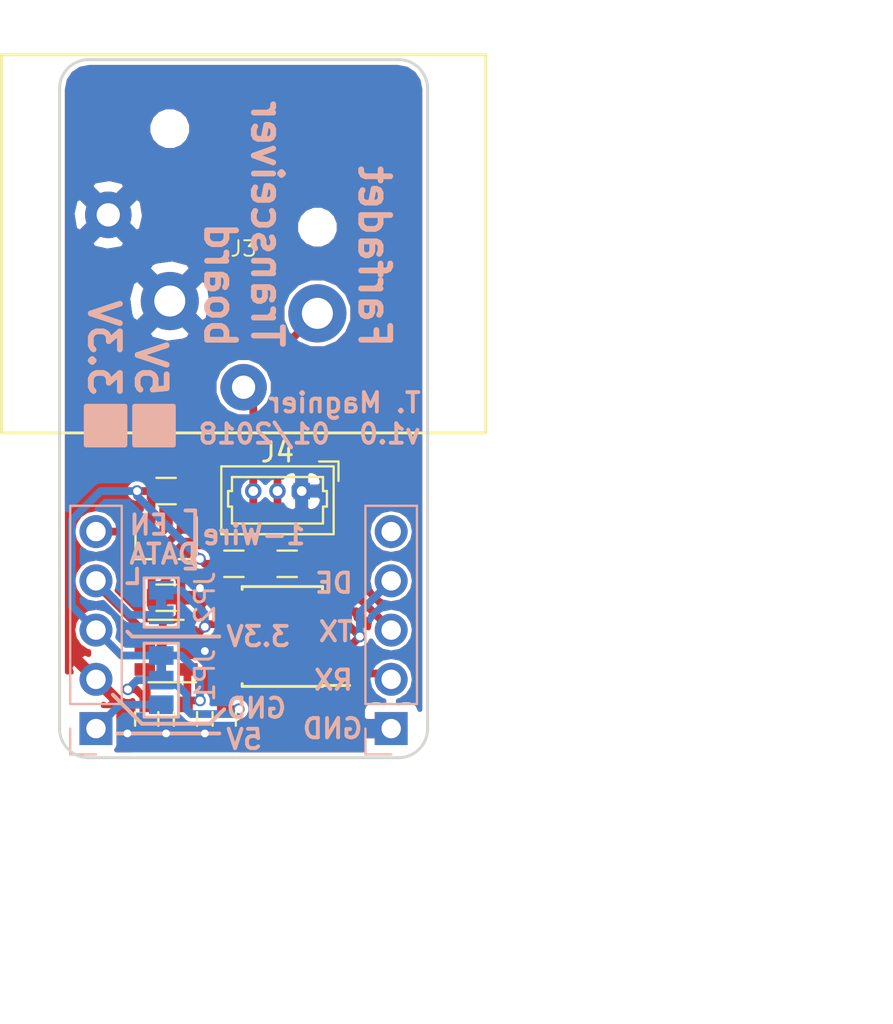
<source format=kicad_pcb>
(kicad_pcb (version 4) (host pcbnew 4.0.7)

  (general
    (links 40)
    (no_connects 0)
    (area 121.224999 87.224999 171.35 142.200001)
    (thickness 1.6)
    (drawings 35)
    (tracks 138)
    (zones 0)
    (modules 16)
    (nets 14)
  )

  (page A4)
  (title_block
    (title "Farfadet - Differential transceiver for uC")
    (date 2018-01-25)
    (rev 1.0)
    (company "Tom Magnier")
  )

  (layers
    (0 F.Cu signal)
    (31 B.Cu signal)
    (32 B.Adhes user)
    (33 F.Adhes user)
    (34 B.Paste user)
    (35 F.Paste user)
    (36 B.SilkS user)
    (37 F.SilkS user)
    (38 B.Mask user)
    (39 F.Mask user)
    (40 Dwgs.User user)
    (41 Cmts.User user)
    (42 Eco1.User user)
    (43 Eco2.User user)
    (44 Edge.Cuts user)
    (45 Margin user)
    (46 B.CrtYd user)
    (47 F.CrtYd user)
    (48 B.Fab user)
    (49 F.Fab user)
  )

  (setup
    (last_trace_width 0.25)
    (user_trace_width 0.4)
    (user_trace_width 0.6)
    (trace_clearance 0.2)
    (zone_clearance 0.2)
    (zone_45_only no)
    (trace_min 0.2)
    (segment_width 0.2)
    (edge_width 0.2)
    (via_size 0.6)
    (via_drill 0.4)
    (via_min_size 0.4)
    (via_min_drill 0.3)
    (uvia_size 0.3)
    (uvia_drill 0.1)
    (uvias_allowed no)
    (uvia_min_size 0.2)
    (uvia_min_drill 0.1)
    (pcb_text_width 0.3)
    (pcb_text_size 1.5 1.5)
    (mod_edge_width 0.15)
    (mod_text_size 1 1)
    (mod_text_width 0.15)
    (pad_size 1.524 1.524)
    (pad_drill 0.762)
    (pad_to_mask_clearance 0.07)
    (aux_axis_origin 124.5 126.5)
    (grid_origin 134 125)
    (visible_elements FFFFFF7F)
    (pcbplotparams
      (layerselection 0x010fc_80000001)
      (usegerberextensions true)
      (excludeedgelayer true)
      (linewidth 0.100000)
      (plotframeref false)
      (viasonmask false)
      (mode 1)
      (useauxorigin true)
      (hpglpennumber 1)
      (hpglpenspeed 20)
      (hpglpendiameter 15)
      (hpglpenoverlay 2)
      (psnegative false)
      (psa4output false)
      (plotreference true)
      (plotvalue false)
      (plotinvisibletext false)
      (padsonsilk false)
      (subtractmaskfromsilk false)
      (outputformat 1)
      (mirror false)
      (drillshape 0)
      (scaleselection 1)
      (outputdirectory gerber))
  )

  (net 0 "")
  (net 1 GND)
  (net 2 VCC)
  (net 3 +3V3)
  (net 4 /RS485_RO)
  (net 5 /RS485_DI)
  (net 6 /RS485_DE)
  (net 7 "Net-(J1-Pad5)")
  (net 8 +5V)
  (net 9 /1WIRE_DATA)
  (net 10 /1WIRE_EN)
  (net 11 /RS485_B)
  (net 12 /RS485_A/1WIRE)
  (net 13 "Net-(Q1-Pad3)")

  (net_class Default "Ceci est la Netclass par défaut"
    (clearance 0.2)
    (trace_width 0.25)
    (via_dia 0.6)
    (via_drill 0.4)
    (uvia_dia 0.3)
    (uvia_drill 0.1)
    (add_net +3V3)
    (add_net +5V)
    (add_net /1WIRE_DATA)
    (add_net /1WIRE_EN)
    (add_net /RS485_A/1WIRE)
    (add_net /RS485_B)
    (add_net /RS485_DE)
    (add_net /RS485_DI)
    (add_net /RS485_RO)
    (add_net GND)
    (add_net "Net-(J1-Pad5)")
    (add_net "Net-(Q1-Pad3)")
    (add_net VCC)
  )

  (module Capacitors_SMD:C_0603 (layer F.Cu) (tedit 5A6B2B2E) (tstamp 5A69D18F)
    (at 129 124.5 270)
    (descr "Capacitor SMD 0603, reflow soldering, AVX (see smccp.pdf)")
    (tags "capacitor 0603")
    (path /5A69CE72)
    (attr smd)
    (fp_text reference C1 (at 1.5 0.25 360) (layer F.Fab)
      (effects (font (size 1 1) (thickness 0.15)))
    )
    (fp_text value 0.1uF (at 0 1.5 270) (layer F.Fab) hide
      (effects (font (size 1 1) (thickness 0.15)))
    )
    (fp_line (start 1.4 0.65) (end -1.4 0.65) (layer F.CrtYd) (width 0.05))
    (fp_line (start 1.4 0.65) (end 1.4 -0.65) (layer F.CrtYd) (width 0.05))
    (fp_line (start -1.4 -0.65) (end -1.4 0.65) (layer F.CrtYd) (width 0.05))
    (fp_line (start -1.4 -0.65) (end 1.4 -0.65) (layer F.CrtYd) (width 0.05))
    (fp_line (start 0.35 0.6) (end -0.35 0.6) (layer F.SilkS) (width 0.12))
    (fp_line (start -0.35 -0.6) (end 0.35 -0.6) (layer F.SilkS) (width 0.12))
    (fp_line (start -0.8 -0.4) (end 0.8 -0.4) (layer F.Fab) (width 0.1))
    (fp_line (start 0.8 -0.4) (end 0.8 0.4) (layer F.Fab) (width 0.1))
    (fp_line (start 0.8 0.4) (end -0.8 0.4) (layer F.Fab) (width 0.1))
    (fp_line (start -0.8 0.4) (end -0.8 -0.4) (layer F.Fab) (width 0.1))
    (fp_text user %R (at 0 0 270) (layer F.Fab)
      (effects (font (size 0.3 0.3) (thickness 0.075)))
    )
    (pad 2 smd rect (at 0.75 0 270) (size 0.8 0.75) (layers F.Cu F.Paste F.Mask)
      (net 1 GND))
    (pad 1 smd rect (at -0.75 0 270) (size 0.8 0.75) (layers F.Cu F.Paste F.Mask)
      (net 2 VCC))
    (model Capacitors_SMD.3dshapes/C_0603.wrl
      (at (xyz 0 0 0))
      (scale (xyz 1 1 1))
      (rotate (xyz 0 0 0))
    )
  )

  (module Capacitors_SMD:C_0603 (layer F.Cu) (tedit 5A6B2B33) (tstamp 5A69D195)
    (at 133 124.5 270)
    (descr "Capacitor SMD 0603, reflow soldering, AVX (see smccp.pdf)")
    (tags "capacitor 0603")
    (path /5A699F3B)
    (attr smd)
    (fp_text reference C2 (at 1.5 -0.25 360) (layer F.Fab)
      (effects (font (size 1 1) (thickness 0.15)))
    )
    (fp_text value 0.1uF (at 0 1.5 270) (layer F.Fab) hide
      (effects (font (size 1 1) (thickness 0.15)))
    )
    (fp_line (start 1.4 0.65) (end -1.4 0.65) (layer F.CrtYd) (width 0.05))
    (fp_line (start 1.4 0.65) (end 1.4 -0.65) (layer F.CrtYd) (width 0.05))
    (fp_line (start -1.4 -0.65) (end -1.4 0.65) (layer F.CrtYd) (width 0.05))
    (fp_line (start -1.4 -0.65) (end 1.4 -0.65) (layer F.CrtYd) (width 0.05))
    (fp_line (start 0.35 0.6) (end -0.35 0.6) (layer F.SilkS) (width 0.12))
    (fp_line (start -0.35 -0.6) (end 0.35 -0.6) (layer F.SilkS) (width 0.12))
    (fp_line (start -0.8 -0.4) (end 0.8 -0.4) (layer F.Fab) (width 0.1))
    (fp_line (start 0.8 -0.4) (end 0.8 0.4) (layer F.Fab) (width 0.1))
    (fp_line (start 0.8 0.4) (end -0.8 0.4) (layer F.Fab) (width 0.1))
    (fp_line (start -0.8 0.4) (end -0.8 -0.4) (layer F.Fab) (width 0.1))
    (fp_text user %R (at 0 0 270) (layer F.Fab)
      (effects (font (size 0.3 0.3) (thickness 0.075)))
    )
    (pad 2 smd rect (at 0.75 0 270) (size 0.8 0.75) (layers F.Cu F.Paste F.Mask)
      (net 1 GND))
    (pad 1 smd rect (at -0.75 0 270) (size 0.8 0.75) (layers F.Cu F.Paste F.Mask)
      (net 2 VCC))
    (model Capacitors_SMD.3dshapes/C_0603.wrl
      (at (xyz 0 0 0))
      (scale (xyz 1 1 1))
      (rotate (xyz 0 0 0))
    )
  )

  (module Capacitors_SMD:C_0603 (layer F.Cu) (tedit 5A6B2B31) (tstamp 5A69D19B)
    (at 131 124.5 270)
    (descr "Capacitor SMD 0603, reflow soldering, AVX (see smccp.pdf)")
    (tags "capacitor 0603")
    (path /5A69B8AA)
    (attr smd)
    (fp_text reference C3 (at 1.5 0 360) (layer F.Fab)
      (effects (font (size 1 1) (thickness 0.15)))
    )
    (fp_text value 0.1uF (at 0 1.5 270) (layer F.Fab) hide
      (effects (font (size 1 1) (thickness 0.15)))
    )
    (fp_line (start 1.4 0.65) (end -1.4 0.65) (layer F.CrtYd) (width 0.05))
    (fp_line (start 1.4 0.65) (end 1.4 -0.65) (layer F.CrtYd) (width 0.05))
    (fp_line (start -1.4 -0.65) (end -1.4 0.65) (layer F.CrtYd) (width 0.05))
    (fp_line (start -1.4 -0.65) (end 1.4 -0.65) (layer F.CrtYd) (width 0.05))
    (fp_line (start 0.35 0.6) (end -0.35 0.6) (layer F.SilkS) (width 0.12))
    (fp_line (start -0.35 -0.6) (end 0.35 -0.6) (layer F.SilkS) (width 0.12))
    (fp_line (start -0.8 -0.4) (end 0.8 -0.4) (layer F.Fab) (width 0.1))
    (fp_line (start 0.8 -0.4) (end 0.8 0.4) (layer F.Fab) (width 0.1))
    (fp_line (start 0.8 0.4) (end -0.8 0.4) (layer F.Fab) (width 0.1))
    (fp_line (start -0.8 0.4) (end -0.8 -0.4) (layer F.Fab) (width 0.1))
    (fp_text user %R (at 0 0 270) (layer F.Fab)
      (effects (font (size 0.3 0.3) (thickness 0.075)))
    )
    (pad 2 smd rect (at 0.75 0 270) (size 0.8 0.75) (layers F.Cu F.Paste F.Mask)
      (net 1 GND))
    (pad 1 smd rect (at -0.75 0 270) (size 0.8 0.75) (layers F.Cu F.Paste F.Mask)
      (net 3 +3V3))
    (model Capacitors_SMD.3dshapes/C_0603.wrl
      (at (xyz 0 0 0))
      (scale (xyz 1 1 1))
      (rotate (xyz 0 0 0))
    )
  )

  (module Pin_Headers:Pin_Header_Straight_1x05_Pitch2.54mm (layer B.Cu) (tedit 5A6B2BA2) (tstamp 5A69D1A4)
    (at 141.62 125)
    (descr "Through hole straight pin header, 1x05, 2.54mm pitch, single row")
    (tags "Through hole pin header THT 1x05 2.54mm single row")
    (path /5A69C2EB)
    (fp_text reference J1 (at 0 2.33) (layer B.Fab)
      (effects (font (size 1 1) (thickness 0.15)) (justify mirror))
    )
    (fp_text value Conn_01x05 (at 0 -12.49) (layer B.Fab) hide
      (effects (font (size 1 1) (thickness 0.15)) (justify mirror))
    )
    (fp_line (start -0.635 1.27) (end 1.27 1.27) (layer B.Fab) (width 0.1))
    (fp_line (start 1.27 1.27) (end 1.27 -11.43) (layer B.Fab) (width 0.1))
    (fp_line (start 1.27 -11.43) (end -1.27 -11.43) (layer B.Fab) (width 0.1))
    (fp_line (start -1.27 -11.43) (end -1.27 0.635) (layer B.Fab) (width 0.1))
    (fp_line (start -1.27 0.635) (end -0.635 1.27) (layer B.Fab) (width 0.1))
    (fp_line (start -1.33 -11.49) (end 1.33 -11.49) (layer B.SilkS) (width 0.12))
    (fp_line (start -1.33 -1.27) (end -1.33 -11.49) (layer B.SilkS) (width 0.12))
    (fp_line (start 1.33 -1.27) (end 1.33 -11.49) (layer B.SilkS) (width 0.12))
    (fp_line (start -1.33 -1.27) (end 1.33 -1.27) (layer B.SilkS) (width 0.12))
    (fp_line (start -1.33 0) (end -1.33 1.33) (layer B.SilkS) (width 0.12))
    (fp_line (start -1.33 1.33) (end 0 1.33) (layer B.SilkS) (width 0.12))
    (fp_line (start -1.8 1.8) (end -1.8 -11.95) (layer B.CrtYd) (width 0.05))
    (fp_line (start -1.8 -11.95) (end 1.8 -11.95) (layer B.CrtYd) (width 0.05))
    (fp_line (start 1.8 -11.95) (end 1.8 1.8) (layer B.CrtYd) (width 0.05))
    (fp_line (start 1.8 1.8) (end -1.8 1.8) (layer B.CrtYd) (width 0.05))
    (fp_text user %R (at 0 -5.08 270) (layer B.Fab)
      (effects (font (size 1 1) (thickness 0.15)) (justify mirror))
    )
    (pad 1 thru_hole rect (at 0 0) (size 1.7 1.7) (drill 1) (layers *.Cu *.Mask)
      (net 1 GND))
    (pad 2 thru_hole oval (at 0 -2.54) (size 1.7 1.7) (drill 1) (layers *.Cu *.Mask)
      (net 4 /RS485_RO))
    (pad 3 thru_hole oval (at 0 -5.08) (size 1.7 1.7) (drill 1) (layers *.Cu *.Mask)
      (net 5 /RS485_DI))
    (pad 4 thru_hole oval (at 0 -7.62) (size 1.7 1.7) (drill 1) (layers *.Cu *.Mask)
      (net 6 /RS485_DE))
    (pad 5 thru_hole oval (at 0 -10.16) (size 1.7 1.7) (drill 1) (layers *.Cu *.Mask)
      (net 7 "Net-(J1-Pad5)"))
    (model ${KISYS3DMOD}/Pin_Headers.3dshapes/Pin_Header_Straight_1x05_Pitch2.54mm.wrl
      (at (xyz 0 0 0))
      (scale (xyz 1 1 1))
      (rotate (xyz 0 0 0))
    )
  )

  (module Pin_Headers:Pin_Header_Straight_1x05_Pitch2.54mm (layer B.Cu) (tedit 5A6B2BA0) (tstamp 5A69D1AD)
    (at 126.38 125)
    (descr "Through hole straight pin header, 1x05, 2.54mm pitch, single row")
    (tags "Through hole pin header THT 1x05 2.54mm single row")
    (path /5A69C34E)
    (fp_text reference J2 (at 0 2.33) (layer B.Fab)
      (effects (font (size 1 1) (thickness 0.15)) (justify mirror))
    )
    (fp_text value Conn_01x05 (at 0 -12.49) (layer B.Fab) hide
      (effects (font (size 1 1) (thickness 0.15)) (justify mirror))
    )
    (fp_line (start -0.635 1.27) (end 1.27 1.27) (layer B.Fab) (width 0.1))
    (fp_line (start 1.27 1.27) (end 1.27 -11.43) (layer B.Fab) (width 0.1))
    (fp_line (start 1.27 -11.43) (end -1.27 -11.43) (layer B.Fab) (width 0.1))
    (fp_line (start -1.27 -11.43) (end -1.27 0.635) (layer B.Fab) (width 0.1))
    (fp_line (start -1.27 0.635) (end -0.635 1.27) (layer B.Fab) (width 0.1))
    (fp_line (start -1.33 -11.49) (end 1.33 -11.49) (layer B.SilkS) (width 0.12))
    (fp_line (start -1.33 -1.27) (end -1.33 -11.49) (layer B.SilkS) (width 0.12))
    (fp_line (start 1.33 -1.27) (end 1.33 -11.49) (layer B.SilkS) (width 0.12))
    (fp_line (start -1.33 -1.27) (end 1.33 -1.27) (layer B.SilkS) (width 0.12))
    (fp_line (start -1.33 0) (end -1.33 1.33) (layer B.SilkS) (width 0.12))
    (fp_line (start -1.33 1.33) (end 0 1.33) (layer B.SilkS) (width 0.12))
    (fp_line (start -1.8 1.8) (end -1.8 -11.95) (layer B.CrtYd) (width 0.05))
    (fp_line (start -1.8 -11.95) (end 1.8 -11.95) (layer B.CrtYd) (width 0.05))
    (fp_line (start 1.8 -11.95) (end 1.8 1.8) (layer B.CrtYd) (width 0.05))
    (fp_line (start 1.8 1.8) (end -1.8 1.8) (layer B.CrtYd) (width 0.05))
    (fp_text user %R (at 0 -5.08 270) (layer B.Fab)
      (effects (font (size 1 1) (thickness 0.15)) (justify mirror))
    )
    (pad 1 thru_hole rect (at 0 0) (size 1.7 1.7) (drill 1) (layers *.Cu *.Mask)
      (net 8 +5V))
    (pad 2 thru_hole oval (at 0 -2.54) (size 1.7 1.7) (drill 1) (layers *.Cu *.Mask)
      (net 1 GND))
    (pad 3 thru_hole oval (at 0 -5.08) (size 1.7 1.7) (drill 1) (layers *.Cu *.Mask)
      (net 3 +3V3))
    (pad 4 thru_hole oval (at 0 -7.62) (size 1.7 1.7) (drill 1) (layers *.Cu *.Mask)
      (net 9 /1WIRE_DATA))
    (pad 5 thru_hole oval (at 0 -10.16) (size 1.7 1.7) (drill 1) (layers *.Cu *.Mask)
      (net 10 /1WIRE_EN))
    (model ${KISYS3DMOD}/Pin_Headers.3dshapes/Pin_Header_Straight_1x05_Pitch2.54mm.wrl
      (at (xyz 0 0 0))
      (scale (xyz 1 1 1))
      (rotate (xyz 0 0 0))
    )
  )

  (module Connectors_Molex:Molex_PicoBlade_53047-0310_03x1.25mm_Straight (layer F.Cu) (tedit 5A6B2B23) (tstamp 5A69D1BD)
    (at 137 112.75 180)
    (descr "Molex PicoBlade, single row, top entry type, through hole, PN:53047-0310")
    (tags "connector molex picoblade")
    (path /5A699DD4)
    (fp_text reference J4 (at 1.25 2 180) (layer F.SilkS)
      (effects (font (size 1 1) (thickness 0.15)))
    )
    (fp_text value "picoBlade connector" (at 1.25 -3.25 180) (layer F.Fab) hide
      (effects (font (size 1 1) (thickness 0.15)))
    )
    (fp_line (start -2 -2.55) (end -2 1.6) (layer F.CrtYd) (width 0.05))
    (fp_line (start -2 1.6) (end 4.5 1.6) (layer F.CrtYd) (width 0.05))
    (fp_line (start 4.5 1.6) (end 4.5 -2.55) (layer F.CrtYd) (width 0.05))
    (fp_line (start 4.5 -2.55) (end -2 -2.55) (layer F.CrtYd) (width 0.05))
    (fp_line (start -1.5 -2.075) (end -1.5 1.125) (layer F.Fab) (width 0.1))
    (fp_line (start -1.5 1.125) (end 4 1.125) (layer F.Fab) (width 0.1))
    (fp_line (start 4 1.125) (end 4 -2.075) (layer F.Fab) (width 0.1))
    (fp_line (start 4 -2.075) (end -1.5 -2.075) (layer F.Fab) (width 0.1))
    (fp_line (start -1.65 -2.225) (end -1.65 1.275) (layer F.SilkS) (width 0.12))
    (fp_line (start -1.65 1.275) (end 4.15 1.275) (layer F.SilkS) (width 0.12))
    (fp_line (start 4.15 1.275) (end 4.15 -2.225) (layer F.SilkS) (width 0.12))
    (fp_line (start 4.15 -2.225) (end -1.65 -2.225) (layer F.SilkS) (width 0.12))
    (fp_line (start 1.25 0.725) (end -1.1 0.725) (layer F.SilkS) (width 0.12))
    (fp_line (start -1.1 0.725) (end -1.1 0) (layer F.SilkS) (width 0.12))
    (fp_line (start -1.1 0) (end -1.3 0) (layer F.SilkS) (width 0.12))
    (fp_line (start -1.3 0) (end -1.3 -0.8) (layer F.SilkS) (width 0.12))
    (fp_line (start -1.3 -0.8) (end -1.1 -0.8) (layer F.SilkS) (width 0.12))
    (fp_line (start -1.1 -0.8) (end -1.1 -1.675) (layer F.SilkS) (width 0.12))
    (fp_line (start -1.1 -1.675) (end 1.25 -1.675) (layer F.SilkS) (width 0.12))
    (fp_line (start 1.25 0.725) (end 3.6 0.725) (layer F.SilkS) (width 0.12))
    (fp_line (start 3.6 0.725) (end 3.6 0) (layer F.SilkS) (width 0.12))
    (fp_line (start 3.6 0) (end 3.8 0) (layer F.SilkS) (width 0.12))
    (fp_line (start 3.8 0) (end 3.8 -0.8) (layer F.SilkS) (width 0.12))
    (fp_line (start 3.8 -0.8) (end 3.6 -0.8) (layer F.SilkS) (width 0.12))
    (fp_line (start 3.6 -0.8) (end 3.6 -1.675) (layer F.SilkS) (width 0.12))
    (fp_line (start 3.6 -1.675) (end 1.25 -1.675) (layer F.SilkS) (width 0.12))
    (fp_line (start -1.9 1.525) (end -1.9 0.525) (layer F.SilkS) (width 0.12))
    (fp_line (start -1.9 1.525) (end -0.9 1.525) (layer F.SilkS) (width 0.12))
    (fp_text user %R (at 1.25 -1.25 180) (layer F.Fab)
      (effects (font (size 1 1) (thickness 0.15)))
    )
    (pad 1 thru_hole rect (at 0 0 180) (size 0.85 0.85) (drill 0.5) (layers *.Cu *.Mask)
      (net 1 GND))
    (pad 2 thru_hole circle (at 1.25 0 180) (size 0.85 0.85) (drill 0.5) (layers *.Cu *.Mask)
      (net 11 /RS485_B))
    (pad 3 thru_hole circle (at 2.5 0 180) (size 0.85 0.85) (drill 0.5) (layers *.Cu *.Mask)
      (net 12 /RS485_A/1WIRE))
    (model ${KISYS3DMOD}/Connectors_Molex.3dshapes/Molex_PicoBlade_53047-0310_03x1.25mm_Straight.wrl
      (at (xyz 0 0 0))
      (scale (xyz 1 1 1))
      (rotate (xyz 0 0 0))
    )
  )

  (module tom_kicad_lib:Solder_Jumper_3_conn_1-2 (layer B.Cu) (tedit 5A6B2BA8) (tstamp 5A69D1C4)
    (at 129.75 122.5 180)
    (descr "Pontet Goute de soudure")
    (path /5A69A861)
    (solder_mask_margin 0.16)
    (attr virtual)
    (fp_text reference JP1 (at -2.25 0.25 270) (layer B.SilkS)
      (effects (font (size 1 1) (thickness 0.15)) (justify mirror))
    )
    (fp_text value Jumper_Dual_NC_NO_Small (at 1.524 0 270) (layer B.Fab) hide
      (effects (font (size 1 1) (thickness 0.15)) (justify mirror))
    )
    (fp_line (start 0 1) (end 0 0.2) (layer B.Cu) (width 0.5))
    (fp_line (start -0.889 1.905) (end -0.889 -1.905) (layer B.SilkS) (width 0.15))
    (fp_line (start -0.889 -1.905) (end 0.889 -1.905) (layer B.SilkS) (width 0.15))
    (fp_line (start 0.889 -1.905) (end 0.889 1.905) (layer B.SilkS) (width 0.15))
    (fp_line (start -0.889 1.905) (end 0.889 1.905) (layer B.SilkS) (width 0.15))
    (pad 1 smd rect (at 0 1.27 180) (size 1.27 0.9652) (layers B.Cu B.Mask)
      (net 3 +3V3))
    (pad 2 smd rect (at 0 0 180) (size 1.27 0.9652) (layers B.Cu B.Mask)
      (net 2 VCC))
    (pad 3 smd rect (at 0 -1.27 180) (size 1.27 0.9652) (layers B.Cu B.Mask)
      (net 8 +5V))
  )

  (module TO_SOT_Packages_SMD:SOT-23 (layer F.Cu) (tedit 5A6B2B6D) (tstamp 5A69D1DF)
    (at 130 115.5 270)
    (descr "SOT-23, Standard")
    (tags SOT-23)
    (path /5A6A02FA)
    (attr smd)
    (fp_text reference Q1 (at 0 2.5 360) (layer F.Fab)
      (effects (font (size 1 1) (thickness 0.15)))
    )
    (fp_text value BSS84 (at 0 2.5 270) (layer F.Fab) hide
      (effects (font (size 1 1) (thickness 0.15)))
    )
    (fp_text user %R (at 0 0 360) (layer F.Fab)
      (effects (font (size 0.5 0.5) (thickness 0.075)))
    )
    (fp_line (start -0.7 -0.95) (end -0.7 1.5) (layer F.Fab) (width 0.1))
    (fp_line (start -0.15 -1.52) (end 0.7 -1.52) (layer F.Fab) (width 0.1))
    (fp_line (start -0.7 -0.95) (end -0.15 -1.52) (layer F.Fab) (width 0.1))
    (fp_line (start 0.7 -1.52) (end 0.7 1.52) (layer F.Fab) (width 0.1))
    (fp_line (start -0.7 1.52) (end 0.7 1.52) (layer F.Fab) (width 0.1))
    (fp_line (start 0.76 1.58) (end 0.76 0.65) (layer F.SilkS) (width 0.12))
    (fp_line (start 0.76 -1.58) (end 0.76 -0.65) (layer F.SilkS) (width 0.12))
    (fp_line (start -1.7 -1.75) (end 1.7 -1.75) (layer F.CrtYd) (width 0.05))
    (fp_line (start 1.7 -1.75) (end 1.7 1.75) (layer F.CrtYd) (width 0.05))
    (fp_line (start 1.7 1.75) (end -1.7 1.75) (layer F.CrtYd) (width 0.05))
    (fp_line (start -1.7 1.75) (end -1.7 -1.75) (layer F.CrtYd) (width 0.05))
    (fp_line (start 0.76 -1.58) (end -1.4 -1.58) (layer F.SilkS) (width 0.12))
    (fp_line (start 0.76 1.58) (end -0.7 1.58) (layer F.SilkS) (width 0.12))
    (pad 1 smd rect (at -1 -0.95 270) (size 0.9 0.8) (layers F.Cu F.Paste F.Mask)
      (net 10 /1WIRE_EN))
    (pad 2 smd rect (at -1 0.95 270) (size 0.9 0.8) (layers F.Cu F.Paste F.Mask)
      (net 3 +3V3))
    (pad 3 smd rect (at 1 0 270) (size 0.9 0.8) (layers F.Cu F.Paste F.Mask)
      (net 13 "Net-(Q1-Pad3)"))
    (model ${KISYS3DMOD}/TO_SOT_Packages_SMD.3dshapes/SOT-23.wrl
      (at (xyz 0 0 0))
      (scale (xyz 1 1 1))
      (rotate (xyz 0 0 0))
    )
  )

  (module Resistors_SMD:R_0603 (layer F.Cu) (tedit 5A6B2B89) (tstamp 5A69D1E5)
    (at 133.5 116.5)
    (descr "Resistor SMD 0603, reflow soldering, Vishay (see dcrcw.pdf)")
    (tags "resistor 0603")
    (path /5A69A02E)
    (attr smd)
    (fp_text reference R1 (at -0.75 1.25) (layer F.Fab)
      (effects (font (size 1 1) (thickness 0.15)))
    )
    (fp_text value 1k (at 0 1.5) (layer F.Fab) hide
      (effects (font (size 1 1) (thickness 0.15)))
    )
    (fp_text user %R (at 0 0) (layer F.Fab)
      (effects (font (size 0.4 0.4) (thickness 0.075)))
    )
    (fp_line (start -0.8 0.4) (end -0.8 -0.4) (layer F.Fab) (width 0.1))
    (fp_line (start 0.8 0.4) (end -0.8 0.4) (layer F.Fab) (width 0.1))
    (fp_line (start 0.8 -0.4) (end 0.8 0.4) (layer F.Fab) (width 0.1))
    (fp_line (start -0.8 -0.4) (end 0.8 -0.4) (layer F.Fab) (width 0.1))
    (fp_line (start 0.5 0.68) (end -0.5 0.68) (layer F.SilkS) (width 0.12))
    (fp_line (start -0.5 -0.68) (end 0.5 -0.68) (layer F.SilkS) (width 0.12))
    (fp_line (start -1.25 -0.7) (end 1.25 -0.7) (layer F.CrtYd) (width 0.05))
    (fp_line (start -1.25 -0.7) (end -1.25 0.7) (layer F.CrtYd) (width 0.05))
    (fp_line (start 1.25 0.7) (end 1.25 -0.7) (layer F.CrtYd) (width 0.05))
    (fp_line (start 1.25 0.7) (end -1.25 0.7) (layer F.CrtYd) (width 0.05))
    (pad 1 smd rect (at -0.75 0) (size 0.5 0.9) (layers F.Cu F.Paste F.Mask)
      (net 3 +3V3))
    (pad 2 smd rect (at 0.75 0) (size 0.5 0.9) (layers F.Cu F.Paste F.Mask)
      (net 12 /RS485_A/1WIRE))
    (model ${KISYS3DMOD}/Resistors_SMD.3dshapes/R_0603.wrl
      (at (xyz 0 0 0))
      (scale (xyz 1 1 1))
      (rotate (xyz 0 0 0))
    )
  )

  (module Resistors_SMD:R_0603 (layer F.Cu) (tedit 5A6B2B87) (tstamp 5A69D1EB)
    (at 136.25 116.5)
    (descr "Resistor SMD 0603, reflow soldering, Vishay (see dcrcw.pdf)")
    (tags "resistor 0603")
    (path /5A699FB0)
    (attr smd)
    (fp_text reference R2 (at 1.75 0) (layer F.Fab)
      (effects (font (size 1 1) (thickness 0.15)))
    )
    (fp_text value 120R (at 0 1.5) (layer F.Fab) hide
      (effects (font (size 1 1) (thickness 0.15)))
    )
    (fp_text user %R (at 0 0) (layer F.Fab)
      (effects (font (size 0.4 0.4) (thickness 0.075)))
    )
    (fp_line (start -0.8 0.4) (end -0.8 -0.4) (layer F.Fab) (width 0.1))
    (fp_line (start 0.8 0.4) (end -0.8 0.4) (layer F.Fab) (width 0.1))
    (fp_line (start 0.8 -0.4) (end 0.8 0.4) (layer F.Fab) (width 0.1))
    (fp_line (start -0.8 -0.4) (end 0.8 -0.4) (layer F.Fab) (width 0.1))
    (fp_line (start 0.5 0.68) (end -0.5 0.68) (layer F.SilkS) (width 0.12))
    (fp_line (start -0.5 -0.68) (end 0.5 -0.68) (layer F.SilkS) (width 0.12))
    (fp_line (start -1.25 -0.7) (end 1.25 -0.7) (layer F.CrtYd) (width 0.05))
    (fp_line (start -1.25 -0.7) (end -1.25 0.7) (layer F.CrtYd) (width 0.05))
    (fp_line (start 1.25 0.7) (end 1.25 -0.7) (layer F.CrtYd) (width 0.05))
    (fp_line (start 1.25 0.7) (end -1.25 0.7) (layer F.CrtYd) (width 0.05))
    (pad 1 smd rect (at -0.75 0) (size 0.5 0.9) (layers F.Cu F.Paste F.Mask)
      (net 12 /RS485_A/1WIRE))
    (pad 2 smd rect (at 0.75 0) (size 0.5 0.9) (layers F.Cu F.Paste F.Mask)
      (net 11 /RS485_B))
    (model ${KISYS3DMOD}/Resistors_SMD.3dshapes/R_0603.wrl
      (at (xyz 0 0 0))
      (scale (xyz 1 1 1))
      (rotate (xyz 0 0 0))
    )
  )

  (module Resistors_SMD:R_0603 (layer F.Cu) (tedit 5A6B2B38) (tstamp 5A69D1F1)
    (at 130 118.25)
    (descr "Resistor SMD 0603, reflow soldering, Vishay (see dcrcw.pdf)")
    (tags "resistor 0603")
    (path /5A69FED5)
    (attr smd)
    (fp_text reference R3 (at -2 0) (layer F.Fab)
      (effects (font (size 1 1) (thickness 0.15)))
    )
    (fp_text value 1k (at 0 1.5) (layer F.Fab) hide
      (effects (font (size 1 1) (thickness 0.15)))
    )
    (fp_text user %R (at 0 0) (layer F.Fab)
      (effects (font (size 0.4 0.4) (thickness 0.075)))
    )
    (fp_line (start -0.8 0.4) (end -0.8 -0.4) (layer F.Fab) (width 0.1))
    (fp_line (start 0.8 0.4) (end -0.8 0.4) (layer F.Fab) (width 0.1))
    (fp_line (start 0.8 -0.4) (end 0.8 0.4) (layer F.Fab) (width 0.1))
    (fp_line (start -0.8 -0.4) (end 0.8 -0.4) (layer F.Fab) (width 0.1))
    (fp_line (start 0.5 0.68) (end -0.5 0.68) (layer F.SilkS) (width 0.12))
    (fp_line (start -0.5 -0.68) (end 0.5 -0.68) (layer F.SilkS) (width 0.12))
    (fp_line (start -1.25 -0.7) (end 1.25 -0.7) (layer F.CrtYd) (width 0.05))
    (fp_line (start -1.25 -0.7) (end -1.25 0.7) (layer F.CrtYd) (width 0.05))
    (fp_line (start 1.25 0.7) (end 1.25 -0.7) (layer F.CrtYd) (width 0.05))
    (fp_line (start 1.25 0.7) (end -1.25 0.7) (layer F.CrtYd) (width 0.05))
    (pad 1 smd rect (at -0.75 0) (size 0.5 0.9) (layers F.Cu F.Paste F.Mask)
      (net 13 "Net-(Q1-Pad3)"))
    (pad 2 smd rect (at 0.75 0) (size 0.5 0.9) (layers F.Cu F.Paste F.Mask)
      (net 1 GND))
    (model ${KISYS3DMOD}/Resistors_SMD.3dshapes/R_0603.wrl
      (at (xyz 0 0 0))
      (scale (xyz 1 1 1))
      (rotate (xyz 0 0 0))
    )
  )

  (module Resistors_SMD:R_0603 (layer F.Cu) (tedit 5A6B2B74) (tstamp 5A69D1F7)
    (at 130 112.75)
    (descr "Resistor SMD 0603, reflow soldering, Vishay (see dcrcw.pdf)")
    (tags "resistor 0603")
    (path /5A6A0C64)
    (attr smd)
    (fp_text reference R4 (at -2 0) (layer F.Fab)
      (effects (font (size 1 1) (thickness 0.15)))
    )
    (fp_text value 1k (at 0 1.5) (layer F.Fab) hide
      (effects (font (size 1 1) (thickness 0.15)))
    )
    (fp_text user %R (at 0 0) (layer F.Fab)
      (effects (font (size 0.4 0.4) (thickness 0.075)))
    )
    (fp_line (start -0.8 0.4) (end -0.8 -0.4) (layer F.Fab) (width 0.1))
    (fp_line (start 0.8 0.4) (end -0.8 0.4) (layer F.Fab) (width 0.1))
    (fp_line (start 0.8 -0.4) (end 0.8 0.4) (layer F.Fab) (width 0.1))
    (fp_line (start -0.8 -0.4) (end 0.8 -0.4) (layer F.Fab) (width 0.1))
    (fp_line (start 0.5 0.68) (end -0.5 0.68) (layer F.SilkS) (width 0.12))
    (fp_line (start -0.5 -0.68) (end 0.5 -0.68) (layer F.SilkS) (width 0.12))
    (fp_line (start -1.25 -0.7) (end 1.25 -0.7) (layer F.CrtYd) (width 0.05))
    (fp_line (start -1.25 -0.7) (end -1.25 0.7) (layer F.CrtYd) (width 0.05))
    (fp_line (start 1.25 0.7) (end 1.25 -0.7) (layer F.CrtYd) (width 0.05))
    (fp_line (start 1.25 0.7) (end -1.25 0.7) (layer F.CrtYd) (width 0.05))
    (pad 1 smd rect (at -0.75 0) (size 0.5 0.9) (layers F.Cu F.Paste F.Mask)
      (net 3 +3V3))
    (pad 2 smd rect (at 0.75 0) (size 0.5 0.9) (layers F.Cu F.Paste F.Mask)
      (net 10 /1WIRE_EN))
    (model ${KISYS3DMOD}/Resistors_SMD.3dshapes/R_0603.wrl
      (at (xyz 0 0 0))
      (scale (xyz 1 1 1))
      (rotate (xyz 0 0 0))
    )
  )

  (module TO_SOT_Packages_SMD:SOT-23-6 (layer F.Cu) (tedit 5A6B2B4A) (tstamp 5A69D20D)
    (at 130 121 180)
    (descr "6-pin SOT-23 package")
    (tags SOT-23-6)
    (path /5A69B7E3)
    (attr smd)
    (fp_text reference U1 (at 0 0 180) (layer F.Fab)
      (effects (font (size 1 1) (thickness 0.15)))
    )
    (fp_text value TXS0101DBV (at 0 2.9 180) (layer F.Fab) hide
      (effects (font (size 1 1) (thickness 0.15)))
    )
    (fp_text user %R (at 0 0 270) (layer F.Fab) hide
      (effects (font (size 0.5 0.5) (thickness 0.075)))
    )
    (fp_line (start -0.9 1.61) (end 0.9 1.61) (layer F.SilkS) (width 0.12))
    (fp_line (start 0.9 -1.61) (end -1.55 -1.61) (layer F.SilkS) (width 0.12))
    (fp_line (start 1.9 -1.8) (end -1.9 -1.8) (layer F.CrtYd) (width 0.05))
    (fp_line (start 1.9 1.8) (end 1.9 -1.8) (layer F.CrtYd) (width 0.05))
    (fp_line (start -1.9 1.8) (end 1.9 1.8) (layer F.CrtYd) (width 0.05))
    (fp_line (start -1.9 -1.8) (end -1.9 1.8) (layer F.CrtYd) (width 0.05))
    (fp_line (start -0.9 -0.9) (end -0.25 -1.55) (layer F.Fab) (width 0.1))
    (fp_line (start 0.9 -1.55) (end -0.25 -1.55) (layer F.Fab) (width 0.1))
    (fp_line (start -0.9 -0.9) (end -0.9 1.55) (layer F.Fab) (width 0.1))
    (fp_line (start 0.9 1.55) (end -0.9 1.55) (layer F.Fab) (width 0.1))
    (fp_line (start 0.9 -1.55) (end 0.9 1.55) (layer F.Fab) (width 0.1))
    (pad 1 smd rect (at -1.1 -0.95 180) (size 1.06 0.65) (layers F.Cu F.Paste F.Mask)
      (net 3 +3V3))
    (pad 2 smd rect (at -1.1 0 180) (size 1.06 0.65) (layers F.Cu F.Paste F.Mask)
      (net 1 GND))
    (pad 3 smd rect (at -1.1 0.95 180) (size 1.06 0.65) (layers F.Cu F.Paste F.Mask)
      (net 12 /RS485_A/1WIRE))
    (pad 4 smd rect (at 1.1 0.95 180) (size 1.06 0.65) (layers F.Cu F.Paste F.Mask)
      (net 9 /1WIRE_DATA))
    (pad 6 smd rect (at 1.1 -0.95 180) (size 1.06 0.65) (layers F.Cu F.Paste F.Mask)
      (net 2 VCC))
    (pad 5 smd rect (at 1.1 0 180) (size 1.06 0.65) (layers F.Cu F.Paste F.Mask)
      (net 13 "Net-(Q1-Pad3)"))
    (model ${KISYS3DMOD}/TO_SOT_Packages_SMD.3dshapes/SOT-23-6.wrl
      (at (xyz 0 0 0))
      (scale (xyz 1 1 1))
      (rotate (xyz 0 0 0))
    )
  )

  (module Housings_SOIC:SOIC-8_3.9x4.9mm_Pitch1.27mm (layer F.Cu) (tedit 5A6B2B84) (tstamp 5A69D219)
    (at 136 120.25 180)
    (descr "8-Lead Plastic Small Outline (SN) - Narrow, 3.90 mm Body [SOIC] (see Microchip Packaging Specification 00000049BS.pdf)")
    (tags "SOIC 1.27")
    (path /5A699E9B)
    (attr smd)
    (fp_text reference U2 (at 0 -3.5 180) (layer F.Fab) hide
      (effects (font (size 1 1) (thickness 0.15)))
    )
    (fp_text value SP3485CN (at 0 3.5 180) (layer F.Fab) hide
      (effects (font (size 1 1) (thickness 0.15)))
    )
    (fp_text user %R (at 0 0 180) (layer F.Fab)
      (effects (font (size 1 1) (thickness 0.15)))
    )
    (fp_line (start -0.95 -2.45) (end 1.95 -2.45) (layer F.Fab) (width 0.1))
    (fp_line (start 1.95 -2.45) (end 1.95 2.45) (layer F.Fab) (width 0.1))
    (fp_line (start 1.95 2.45) (end -1.95 2.45) (layer F.Fab) (width 0.1))
    (fp_line (start -1.95 2.45) (end -1.95 -1.45) (layer F.Fab) (width 0.1))
    (fp_line (start -1.95 -1.45) (end -0.95 -2.45) (layer F.Fab) (width 0.1))
    (fp_line (start -3.73 -2.7) (end -3.73 2.7) (layer F.CrtYd) (width 0.05))
    (fp_line (start 3.73 -2.7) (end 3.73 2.7) (layer F.CrtYd) (width 0.05))
    (fp_line (start -3.73 -2.7) (end 3.73 -2.7) (layer F.CrtYd) (width 0.05))
    (fp_line (start -3.73 2.7) (end 3.73 2.7) (layer F.CrtYd) (width 0.05))
    (fp_line (start -2.075 -2.575) (end -2.075 -2.525) (layer F.SilkS) (width 0.15))
    (fp_line (start 2.075 -2.575) (end 2.075 -2.43) (layer F.SilkS) (width 0.15))
    (fp_line (start 2.075 2.575) (end 2.075 2.43) (layer F.SilkS) (width 0.15))
    (fp_line (start -2.075 2.575) (end -2.075 2.43) (layer F.SilkS) (width 0.15))
    (fp_line (start -2.075 -2.575) (end 2.075 -2.575) (layer F.SilkS) (width 0.15))
    (fp_line (start -2.075 2.575) (end 2.075 2.575) (layer F.SilkS) (width 0.15))
    (fp_line (start -2.075 -2.525) (end -3.475 -2.525) (layer F.SilkS) (width 0.15))
    (pad 1 smd rect (at -2.7 -1.905 180) (size 1.55 0.6) (layers F.Cu F.Paste F.Mask)
      (net 4 /RS485_RO))
    (pad 2 smd rect (at -2.7 -0.635 180) (size 1.55 0.6) (layers F.Cu F.Paste F.Mask)
      (net 6 /RS485_DE))
    (pad 3 smd rect (at -2.7 0.635 180) (size 1.55 0.6) (layers F.Cu F.Paste F.Mask)
      (net 6 /RS485_DE))
    (pad 4 smd rect (at -2.7 1.905 180) (size 1.55 0.6) (layers F.Cu F.Paste F.Mask)
      (net 5 /RS485_DI))
    (pad 5 smd rect (at 2.7 1.905 180) (size 1.55 0.6) (layers F.Cu F.Paste F.Mask)
      (net 1 GND))
    (pad 6 smd rect (at 2.7 0.635 180) (size 1.55 0.6) (layers F.Cu F.Paste F.Mask)
      (net 12 /RS485_A/1WIRE))
    (pad 7 smd rect (at 2.7 -0.635 180) (size 1.55 0.6) (layers F.Cu F.Paste F.Mask)
      (net 11 /RS485_B))
    (pad 8 smd rect (at 2.7 -1.905 180) (size 1.55 0.6) (layers F.Cu F.Paste F.Mask)
      (net 2 VCC))
    (model ${KISYS3DMOD}/Housings_SOIC.3dshapes/SOIC-8_3.9x4.9mm_Pitch1.27mm.wrl
      (at (xyz 0 0 0))
      (scale (xyz 1 1 1))
      (rotate (xyz 0 0 0))
    )
  )

  (module tom_kicad_lib:Neutrik_XLR_NC3FAAH2 (layer F.Cu) (tedit 5A6B2B21) (tstamp 5A69DF7B)
    (at 134 100)
    (descr "PCB mount horizontal 3-pin XLR connector with separate ground connection.")
    (path /5A6A2AAC)
    (fp_text reference J3 (at 0 0.25) (layer F.SilkS)
      (effects (font (size 0.8 0.8) (thickness 0.1)))
    )
    (fp_text value "XLR connector" (at 0 0.75) (layer F.Fab) hide
      (effects (font (size 0.8 0.8) (thickness 0.1)))
    )
    (fp_line (start -12.5 9.75) (end -12.5 -9.75) (layer F.SilkS) (width 0.15))
    (fp_line (start 12.5 9.75) (end -12.5 9.75) (layer F.SilkS) (width 0.15))
    (fp_line (start 12.5 -9.75) (end 12.5 9.75) (layer F.SilkS) (width 0.15))
    (fp_line (start -12.5 -9.75) (end 12.5 -9.75) (layer F.SilkS) (width 0.15))
    (fp_line (start 12.5 -9.75) (end 11 -9.75) (layer F.Fab) (width 0.15))
    (fp_line (start 12.5 9.75) (end 12.5 -9.75) (layer F.Fab) (width 0.15))
    (fp_line (start -12.5 9.75) (end 12.5 9.75) (layer F.Fab) (width 0.15))
    (fp_line (start -12.5 -9.75) (end -12.5 9.75) (layer F.Fab) (width 0.15))
    (fp_line (start -11 -9.75) (end -12.5 -9.75) (layer F.Fab) (width 0.15))
    (fp_line (start 11 -9.75) (end -11 -9.75) (layer F.Fab) (width 0.15))
    (fp_line (start 11 -12.5) (end 11 -9.75) (layer F.Fab) (width 0.15))
    (fp_line (start -11 -12.5) (end 11 -12.5) (layer F.Fab) (width 0.15))
    (fp_line (start -11 -9.75) (end -11 -12.5) (layer F.Fab) (width 0.15))
    (fp_text user %R (at 0 -0.75) (layer F.Fab)
      (effects (font (size 0.8 0.8) (thickness 0.1)))
    )
    (pad "" np_thru_hole circle (at -3.81 -5.94) (size 1.6 1.6) (drill 1.6) (layers *.Cu *.Mask))
    (pad "" np_thru_hole circle (at 3.81 -0.86) (size 1.6 1.6) (drill 1.6) (layers *.Cu *.Mask))
    (pad 1 thru_hole circle (at -3.81 2.95) (size 3 3) (drill 1.6) (layers *.Cu *.Mask)
      (net 1 GND))
    (pad 2 thru_hole circle (at 3.81 3.585) (size 3 3) (drill 1.6) (layers *.Cu *.Mask)
      (net 11 /RS485_B))
    (pad 3 thru_hole circle (at 0 7.395) (size 2.4 2.4) (drill 1.2) (layers *.Cu *.Mask)
      (net 12 /RS485_A/1WIRE))
    (pad 4 thru_hole circle (at -6.985 -1.495) (size 2.4 2.4) (drill 1.2) (layers *.Cu *.Mask)
      (net 1 GND))
    (model /home/tom/Dropbox/kicad/3d/D-NC3FAAH2.wrl
      (at (xyz 0 0 0))
      (scale (xyz 1 1 1))
      (rotate (xyz 0 0 0))
    )
  )

  (module tom_kicad_lib:Solder_Jumper_2_conn (layer B.Cu) (tedit 5A6B2BA5) (tstamp 5A69F9E4)
    (at 129.75 118.5)
    (descr "Pontet Goute de soudure")
    (path /5A6A1B6F)
    (solder_mask_margin 0.16)
    (attr virtual)
    (fp_text reference JP2 (at 2.25 -0.25 90) (layer B.SilkS)
      (effects (font (size 1 1) (thickness 0.15)) (justify mirror))
    )
    (fp_text value Jumper_NC_Small (at 1.524 0 90) (layer B.Fab) hide
      (effects (font (size 1 1) (thickness 0.15)) (justify mirror))
    )
    (fp_line (start 0 0.4) (end 0 -0.4) (layer B.Cu) (width 0.5))
    (fp_line (start -0.889 1.27) (end -0.889 -1.27) (layer B.SilkS) (width 0.15))
    (fp_line (start 0.889 -1.27) (end 0.889 1.27) (layer B.SilkS) (width 0.15))
    (fp_line (start 0.889 -1.27) (end -0.889 -1.27) (layer B.SilkS) (width 0.15))
    (fp_line (start -0.889 1.27) (end 0.889 1.27) (layer B.SilkS) (width 0.15))
    (pad 1 smd rect (at 0 0.635) (size 1.27 0.9652) (layers B.Cu B.Mask)
      (net 9 /1WIRE_DATA))
    (pad 2 smd rect (at 0 -0.635) (size 1.27 0.9652) (layers B.Cu B.Mask)
      (net 12 /RS485_A/1WIRE))
  )

  (gr_arc (start 126 125) (end 126 126.5) (angle 90) (layer Edge.Cuts) (width 0.15) (tstamp 5A69FE0D))
  (gr_arc (start 142 125) (end 143.5 125) (angle 90) (layer Edge.Cuts) (width 0.15) (tstamp 5A69FE0C))
  (gr_arc (start 142 92) (end 142 90.5) (angle 90) (layer Edge.Cuts) (width 0.15))
  (gr_arc (start 126 92) (end 124.5 92) (angle 89.9) (layer Edge.Cuts) (width 0.15))
  (gr_line (start 133 124) (end 132.25 124.75) (layer B.SilkS) (width 0.2))
  (gr_text "GND\n5V" (at 133 124.75) (layer B.SilkS) (tstamp 5A69FDDA)
    (effects (font (size 1 1) (thickness 0.2)) (justify right mirror))
  )
  (gr_text 3.3V (at 133 120.25) (layer B.SilkS) (tstamp 5A69FDD7)
    (effects (font (size 1 1) (thickness 0.2)) (justify right mirror))
  )
  (gr_line (start 127.5 125.25) (end 132.75 125.25) (layer B.SilkS) (width 0.2))
  (gr_line (start 128.75 124.75) (end 132.25 124.75) (layer B.SilkS) (width 0.2))
  (gr_line (start 127.25 123.25) (end 128.75 124.75) (layer B.SilkS) (width 0.2))
  (gr_line (start 128.25 120.25) (end 132.75 120.25) (layer B.SilkS) (width 0.2))
  (gr_line (start 128 120) (end 128.25 120.25) (layer B.SilkS) (width 0.2))
  (gr_text 1-Wire (at 131.75 115) (layer B.SilkS) (tstamp 5A69FDD4)
    (effects (font (size 1 1) (thickness 0.2)) (justify right mirror))
  )
  (gr_line (start 131.5 116.75) (end 131 116.75) (layer B.SilkS) (width 0.2))
  (gr_line (start 131.5 113.75) (end 131.5 116.75) (layer B.SilkS) (width 0.2))
  (gr_line (start 131 113.75) (end 131.5 113.75) (layer B.SilkS) (width 0.2))
  (gr_line (start 128.5 117.5) (end 128.5 116.75) (layer B.SilkS) (width 0.2))
  (gr_line (start 128 117.5) (end 128.5 117.5) (layer B.SilkS) (width 0.2))
  (gr_text DATA (at 128 116) (layer B.SilkS) (tstamp 5A69FDD0)
    (effects (font (size 1 1) (thickness 0.2)) (justify right mirror))
  )
  (gr_text EN (at 128 114.5) (layer B.SilkS) (tstamp 5A69FDCC)
    (effects (font (size 1 1) (thickness 0.2)) (justify right mirror))
  )
  (gr_text DE (at 139.75 117.5) (layer B.SilkS) (tstamp 5A69FDC9)
    (effects (font (size 1 1) (thickness 0.2)) (justify left mirror))
  )
  (gr_text TX (at 139.75 120) (layer B.SilkS) (tstamp 5A69FDC3)
    (effects (font (size 1 1) (thickness 0.2)) (justify left mirror))
  )
  (gr_text RX (at 139.75 122.5) (layer B.SilkS) (tstamp 5A69FDC0)
    (effects (font (size 1 1) (thickness 0.2)) (justify left mirror))
  )
  (gr_text GND (at 140.25 125) (layer B.SilkS)
    (effects (font (size 1 1) (thickness 0.2)) (justify left mirror))
  )
  (gr_text "T. Magnier\nv1.0  01/2018" (at 143.25 109) (layer B.SilkS)
    (effects (font (size 1 1) (thickness 0.2)) (justify left mirror))
  )
  (gr_text "5V\n3.3V" (at 128 108 270) (layer B.SilkS)
    (effects (font (size 1.5 1.5) (thickness 0.3)) (justify left mirror))
  )
  (gr_text "Transceiver\nboard" (at 134 105.5 270) (layer B.SilkS)
    (effects (font (size 1.5 1.5) (thickness 0.3)) (justify left mirror))
  )
  (gr_text Farfadet (at 140.75 105.5 270) (layer B.SilkS)
    (effects (font (size 1.5 1.5) (thickness 0.3)) (justify left mirror))
  )
  (dimension 36 (width 0.3) (layer Dwgs.User)
    (gr_text "36,000 mm" (at 164.85 108.5 90) (layer Dwgs.User)
      (effects (font (size 1.5 1.5) (thickness 0.3)))
    )
    (feature1 (pts (xy 143.5 90.5) (xy 166.2 90.5)))
    (feature2 (pts (xy 143.5 126.5) (xy 166.2 126.5)))
    (crossbar (pts (xy 163.5 126.5) (xy 163.5 90.5)))
    (arrow1a (pts (xy 163.5 90.5) (xy 164.086421 91.626504)))
    (arrow1b (pts (xy 163.5 90.5) (xy 162.913579 91.626504)))
    (arrow2a (pts (xy 163.5 126.5) (xy 164.086421 125.373496)))
    (arrow2b (pts (xy 163.5 126.5) (xy 162.913579 125.373496)))
  )
  (dimension 15.24 (width 0.3) (layer Dwgs.User)
    (gr_text "15,240 mm" (at 134 136.51) (layer Dwgs.User)
      (effects (font (size 1.5 1.5) (thickness 0.3)))
    )
    (feature1 (pts (xy 141.62 125) (xy 141.62 137.86)))
    (feature2 (pts (xy 126.38 125) (xy 126.38 137.86)))
    (crossbar (pts (xy 126.38 135.16) (xy 141.62 135.16)))
    (arrow1a (pts (xy 141.62 135.16) (xy 140.493496 135.746421)))
    (arrow1b (pts (xy 141.62 135.16) (xy 140.493496 134.573579)))
    (arrow2a (pts (xy 126.38 135.16) (xy 127.506504 135.746421)))
    (arrow2b (pts (xy 126.38 135.16) (xy 127.506504 134.573579)))
  )
  (dimension 19 (width 0.3) (layer Dwgs.User)
    (gr_text "19,000 mm" (at 134 140.85) (layer Dwgs.User)
      (effects (font (size 1.5 1.5) (thickness 0.3)))
    )
    (feature1 (pts (xy 143.5 126.5) (xy 143.5 142.2)))
    (feature2 (pts (xy 124.5 126.5) (xy 124.5 142.2)))
    (crossbar (pts (xy 124.5 139.5) (xy 143.5 139.5)))
    (arrow1a (pts (xy 143.5 139.5) (xy 142.373496 140.086421)))
    (arrow1b (pts (xy 143.5 139.5) (xy 142.373496 138.913579)))
    (arrow2a (pts (xy 124.5 139.5) (xy 125.626504 140.086421)))
    (arrow2b (pts (xy 124.5 139.5) (xy 125.626504 138.913579)))
  )
  (gr_line (start 124.5 92) (end 124.5 125) (layer Edge.Cuts) (width 0.15))
  (gr_line (start 142 90.5) (end 126 90.5) (layer Edge.Cuts) (width 0.15))
  (gr_line (start 143.5 125) (end 143.5 92) (layer Edge.Cuts) (width 0.15))
  (gr_line (start 126 126.5) (end 142 126.5) (layer Edge.Cuts) (width 0.15))

  (segment (start 129 125.25) (end 128 125.25) (width 0.4) (layer F.Cu) (net 1))
  (segment (start 128 125.25) (end 127.75 125.25) (width 0.4) (layer F.Cu) (net 1))
  (via (at 128 125.25) (size 0.6) (drill 0.4) (layers F.Cu B.Cu) (net 1))
  (segment (start 126.38 122.46) (end 127.92 124) (width 0.6) (layer F.Cu) (net 1))
  (segment (start 128 124) (end 127.829999 123.829999) (width 0.6) (layer F.Cu) (net 1))
  (segment (start 127.92 124) (end 128 124) (width 0.6) (layer F.Cu) (net 1))
  (segment (start 127.829999 123.829999) (end 127.630001 123.829999) (width 0.6) (layer F.Cu) (net 1))
  (segment (start 126.38 122.46) (end 125.5 121.58) (width 0.6) (layer F.Cu) (net 1))
  (segment (start 133.3 118.345) (end 131.845 118.345) (width 0.4) (layer F.Cu) (net 1))
  (segment (start 131.845 118.345) (end 131.75 118.25) (width 0.4) (layer F.Cu) (net 1))
  (segment (start 130.75 118.25) (end 131.75 118.25) (width 0.4) (layer F.Cu) (net 1))
  (segment (start 131.75 118.25) (end 131.75 117.75) (width 0.4) (layer F.Cu) (net 1))
  (segment (start 133 125.25) (end 132 125.25) (width 0.4) (layer F.Cu) (net 1))
  (segment (start 132 125.25) (end 131 125.25) (width 0.4) (layer F.Cu) (net 1))
  (via (at 132 125.25) (size 0.6) (drill 0.4) (layers F.Cu B.Cu) (net 1))
  (segment (start 131 125.25) (end 130 125.25) (width 0.4) (layer F.Cu) (net 1))
  (segment (start 130 125.25) (end 129 125.25) (width 0.4) (layer F.Cu) (net 1))
  (via (at 130 125.25) (size 0.6) (drill 0.4) (layers F.Cu B.Cu) (net 1))
  (segment (start 126.38 122.46) (end 126.38 122.38) (width 0.4) (layer F.Cu) (net 1))
  (segment (start 126.38 122.38) (end 125.5 121.5) (width 0.4) (layer F.Cu) (net 1))
  (segment (start 127.75 125.25) (end 127.630001 125.130001) (width 0.4) (layer F.Cu) (net 1))
  (segment (start 127.630001 125.130001) (end 127.630001 123.829999) (width 0.4) (layer F.Cu) (net 1))
  (segment (start 126.46 122.46) (end 126.38 122.46) (width 0.4) (layer F.Cu) (net 1))
  (segment (start 127.630001 123.829999) (end 126.5 122.699998) (width 0.4) (layer F.Cu) (net 1))
  (segment (start 126.5 122.699998) (end 126.5 122.5) (width 0.4) (layer F.Cu) (net 1))
  (segment (start 126.5 122.5) (end 126.46 122.46) (width 0.4) (layer F.Cu) (net 1))
  (segment (start 131.1 121) (end 132 121) (width 0.4) (layer F.Cu) (net 1))
  (via (at 132 121) (size 0.6) (drill 0.4) (layers F.Cu B.Cu) (net 1))
  (via (at 131.75 117.75) (size 0.6) (drill 0.4) (layers F.Cu B.Cu) (net 1))
  (segment (start 129.75 122.5) (end 128.5 122.5) (width 0.4) (layer B.Cu) (net 2))
  (segment (start 129 123.75) (end 129 123.52435) (width 0.4) (layer F.Cu) (net 2))
  (segment (start 128.325692 122.674308) (end 128.025693 122.974307) (width 0.4) (layer B.Cu) (net 2))
  (segment (start 129 123.52435) (end 128.449957 122.974307) (width 0.4) (layer F.Cu) (net 2))
  (via (at 128.025693 122.974307) (size 0.6) (drill 0.4) (layers F.Cu B.Cu) (net 2))
  (segment (start 128.5 122.5) (end 128.325692 122.674308) (width 0.4) (layer B.Cu) (net 2))
  (segment (start 128.449957 122.974307) (end 128.025693 122.974307) (width 0.4) (layer F.Cu) (net 2))
  (segment (start 130.567602 122.75) (end 131.049999 123.232397) (width 0.4) (layer B.Cu) (net 2))
  (segment (start 133.5 124.25) (end 133.75 124) (width 0.4) (layer B.Cu) (net 2))
  (segment (start 131.049999 123.232397) (end 131.049999 124.00341) (width 0.4) (layer B.Cu) (net 2))
  (segment (start 131.049999 124.00341) (end 131.296589 124.25) (width 0.4) (layer B.Cu) (net 2))
  (segment (start 131.296589 124.25) (end 133.5 124.25) (width 0.4) (layer B.Cu) (net 2))
  (segment (start 133.75 124) (end 133.25 124) (width 0.4) (layer F.Cu) (net 2))
  (segment (start 133.25 124) (end 133 123.75) (width 0.4) (layer F.Cu) (net 2))
  (segment (start 129.75 122.75) (end 130.567602 122.75) (width 0.4) (layer B.Cu) (net 2))
  (segment (start 130.567602 122.75) (end 130.785001 122.967399) (width 0.4) (layer B.Cu) (net 2))
  (via (at 133.75 124) (size 0.6) (drill 0.4) (layers F.Cu B.Cu) (net 2))
  (segment (start 129.75 122.5) (end 129.75 122.75) (width 0.4) (layer B.Cu) (net 2))
  (segment (start 133 123.75) (end 133 122.455) (width 0.4) (layer F.Cu) (net 2))
  (segment (start 133 122.455) (end 133.3 122.155) (width 0.4) (layer F.Cu) (net 2))
  (segment (start 129 123.75) (end 129 122.05) (width 0.4) (layer F.Cu) (net 2))
  (segment (start 129 122.05) (end 128.9 121.95) (width 0.4) (layer F.Cu) (net 2))
  (segment (start 131.750009 122.195009) (end 131.750009 123.125726) (width 0.4) (layer B.Cu) (net 3))
  (segment (start 130.785 121.23) (end 131.750009 122.195009) (width 0.4) (layer B.Cu) (net 3))
  (segment (start 131 123.75) (end 131.20001 123.54999) (width 0.4) (layer F.Cu) (net 3))
  (segment (start 131.20001 123.54999) (end 131.325745 123.54999) (width 0.4) (layer F.Cu) (net 3))
  (via (at 131.750009 123.54999) (size 0.6) (drill 0.4) (layers F.Cu B.Cu) (net 3))
  (segment (start 131.750009 123.125726) (end 131.750009 123.54999) (width 0.4) (layer B.Cu) (net 3))
  (segment (start 129.75 121.23) (end 130.785 121.23) (width 0.4) (layer B.Cu) (net 3))
  (segment (start 131.325745 123.54999) (end 131.750009 123.54999) (width 0.4) (layer F.Cu) (net 3))
  (segment (start 131.1 121.95) (end 131.1 123.65) (width 0.4) (layer F.Cu) (net 3))
  (segment (start 131.1 123.65) (end 131 123.75) (width 0.4) (layer F.Cu) (net 3))
  (segment (start 126.38 119.92) (end 125.129999 118.669999) (width 0.4) (layer B.Cu) (net 3))
  (segment (start 125.129999 118.669999) (end 125.129999 114.239999) (width 0.4) (layer B.Cu) (net 3))
  (segment (start 125.129999 114.239999) (end 126.619998 112.75) (width 0.4) (layer B.Cu) (net 3))
  (segment (start 126.619998 112.75) (end 128.075736 112.75) (width 0.4) (layer B.Cu) (net 3))
  (segment (start 128.075736 112.75) (end 128.5 112.75) (width 0.4) (layer B.Cu) (net 3))
  (segment (start 128.5 112.75) (end 129.25 112.75) (width 0.4) (layer F.Cu) (net 3))
  (segment (start 131.75 116.25) (end 128.5 113) (width 0.4) (layer B.Cu) (net 3))
  (segment (start 128.5 113) (end 128.5 112.75) (width 0.4) (layer B.Cu) (net 3))
  (via (at 128.5 112.75) (size 0.6) (drill 0.4) (layers F.Cu B.Cu) (net 3))
  (segment (start 132.75 116.5) (end 132 116.5) (width 0.4) (layer F.Cu) (net 3))
  (segment (start 132 116.5) (end 131.75 116.25) (width 0.4) (layer F.Cu) (net 3))
  (via (at 131.75 116.25) (size 0.6) (drill 0.4) (layers F.Cu B.Cu) (net 3))
  (segment (start 129.25 112.75) (end 129.25 114.3) (width 0.4) (layer F.Cu) (net 3))
  (segment (start 129.25 114.3) (end 129.05 114.5) (width 0.4) (layer F.Cu) (net 3))
  (segment (start 129.75 121.23) (end 127.69 121.23) (width 0.4) (layer B.Cu) (net 3))
  (segment (start 127.69 121.23) (end 126.38 119.92) (width 0.4) (layer B.Cu) (net 3))
  (segment (start 138.7 122.155) (end 141.315 122.155) (width 0.4) (layer F.Cu) (net 4))
  (segment (start 141.315 122.155) (end 141.62 122.46) (width 0.4) (layer F.Cu) (net 4))
  (segment (start 141.62 119.92) (end 140.045 118.345) (width 0.4) (layer F.Cu) (net 5))
  (segment (start 140.045 118.345) (end 138.7 118.345) (width 0.4) (layer F.Cu) (net 5))
  (segment (start 140 120.25) (end 140 119) (width 0.4) (layer B.Cu) (net 6))
  (segment (start 140 119) (end 141.62 117.38) (width 0.4) (layer B.Cu) (net 6))
  (segment (start 138.7 119.615) (end 139.365 119.615) (width 0.4) (layer F.Cu) (net 6))
  (segment (start 139.365 119.615) (end 140 120.25) (width 0.4) (layer F.Cu) (net 6))
  (segment (start 138.7 120.885) (end 139.365 120.885) (width 0.4) (layer F.Cu) (net 6))
  (segment (start 139.365 120.885) (end 140 120.25) (width 0.4) (layer F.Cu) (net 6))
  (via (at 140 120.25) (size 0.6) (drill 0.4) (layers F.Cu B.Cu) (net 6))
  (segment (start 129.75 123.77) (end 127.61 123.77) (width 0.4) (layer B.Cu) (net 8))
  (segment (start 127.61 123.77) (end 126.38 125) (width 0.4) (layer B.Cu) (net 8))
  (segment (start 126.38 117.38) (end 126.38 117.53) (width 0.4) (layer F.Cu) (net 9))
  (segment (start 126.38 117.53) (end 128.9 120.05) (width 0.4) (layer F.Cu) (net 9))
  (segment (start 126.38 117.38) (end 128.135 119.135) (width 0.4) (layer B.Cu) (net 9))
  (segment (start 128.135 119.135) (end 129.75 119.135) (width 0.4) (layer B.Cu) (net 9))
  (segment (start 130.95 114.5) (end 130.95 114.55) (width 0.4) (layer F.Cu) (net 10))
  (segment (start 130 115.5) (end 128.242081 115.5) (width 0.4) (layer F.Cu) (net 10))
  (segment (start 130.95 114.55) (end 130 115.5) (width 0.4) (layer F.Cu) (net 10))
  (segment (start 128.242081 115.5) (end 127.582081 114.84) (width 0.4) (layer F.Cu) (net 10))
  (segment (start 127.582081 114.84) (end 126.38 114.84) (width 0.4) (layer F.Cu) (net 10))
  (segment (start 130.95 114.5) (end 130.95 112.95) (width 0.4) (layer F.Cu) (net 10))
  (segment (start 130.95 112.95) (end 130.75 112.75) (width 0.4) (layer F.Cu) (net 10))
  (segment (start 135.75 112.75) (end 135.75 105.645) (width 0.4) (layer F.Cu) (net 11))
  (segment (start 135.75 105.645) (end 137.81 103.585) (width 0.4) (layer F.Cu) (net 11))
  (segment (start 137 116.5) (end 137 115.5) (width 0.4) (layer F.Cu) (net 11))
  (segment (start 137 115.5) (end 135.75 114.25) (width 0.4) (layer F.Cu) (net 11))
  (segment (start 135.75 114.25) (end 135.75 113.35104) (width 0.4) (layer F.Cu) (net 11))
  (segment (start 135.75 113.35104) (end 135.75 112.75) (width 0.4) (layer F.Cu) (net 11))
  (segment (start 133.3 120.885) (end 134.475 120.885) (width 0.4) (layer F.Cu) (net 11))
  (segment (start 134.475 120.885) (end 137 118.36) (width 0.4) (layer F.Cu) (net 11))
  (segment (start 137 118.36) (end 137 117.35) (width 0.4) (layer F.Cu) (net 11))
  (segment (start 137 117.35) (end 137 116.5) (width 0.4) (layer F.Cu) (net 11))
  (segment (start 134.5 112.75) (end 134.5 107.895) (width 0.4) (layer F.Cu) (net 12))
  (segment (start 134.5 107.895) (end 134 107.395) (width 0.4) (layer F.Cu) (net 12))
  (segment (start 135.5 115.25) (end 134.5 114.25) (width 0.4) (layer F.Cu) (net 12))
  (segment (start 134.5 114.25) (end 134.5 112.75) (width 0.4) (layer F.Cu) (net 12))
  (segment (start 135.5 116.5) (end 135.5 115.25) (width 0.4) (layer F.Cu) (net 12))
  (segment (start 135.5 116.5) (end 134.25 116.5) (width 0.4) (layer F.Cu) (net 12))
  (segment (start 133.3 119.615) (end 134.475 119.615) (width 0.4) (layer F.Cu) (net 12))
  (segment (start 134.475 119.615) (end 135.5 118.59) (width 0.4) (layer F.Cu) (net 12))
  (segment (start 135.5 117.35) (end 135.5 116.5) (width 0.4) (layer F.Cu) (net 12))
  (segment (start 135.5 118.59) (end 135.5 117.35) (width 0.4) (layer F.Cu) (net 12))
  (segment (start 133.3 119.615) (end 132.135 119.615) (width 0.4) (layer F.Cu) (net 12))
  (segment (start 132.135 119.615) (end 132 119.75) (width 0.4) (layer F.Cu) (net 12))
  (segment (start 131.1 120.05) (end 131.7 120.05) (width 0.4) (layer F.Cu) (net 12))
  (segment (start 131.7 120.05) (end 132 119.75) (width 0.4) (layer F.Cu) (net 12))
  (segment (start 129.75 117.865) (end 130.785 117.865) (width 0.4) (layer B.Cu) (net 12))
  (segment (start 130.785 117.865) (end 132 119.08) (width 0.4) (layer B.Cu) (net 12))
  (segment (start 132 119.08) (end 132 119.75) (width 0.4) (layer B.Cu) (net 12))
  (via (at 132 119.75) (size 0.6) (drill 0.4) (layers F.Cu B.Cu) (net 12))
  (segment (start 129.25 118.25) (end 129.25 118.75) (width 0.4) (layer F.Cu) (net 13))
  (segment (start 129.724999 120.775001) (end 129.5 121) (width 0.4) (layer F.Cu) (net 13))
  (segment (start 129.25 118.75) (end 129.830001 119.330001) (width 0.4) (layer F.Cu) (net 13))
  (segment (start 129.830001 119.330001) (end 129.830001 120.695001) (width 0.4) (layer F.Cu) (net 13))
  (segment (start 129.830001 120.695001) (end 129.750001 120.775001) (width 0.4) (layer F.Cu) (net 13))
  (segment (start 129.750001 120.775001) (end 129.724999 120.775001) (width 0.4) (layer F.Cu) (net 13))
  (segment (start 129.5 121) (end 128.9 121) (width 0.4) (layer F.Cu) (net 13))
  (segment (start 129.25 118.25) (end 129.25 117.25) (width 0.4) (layer F.Cu) (net 13))
  (segment (start 129.25 117.25) (end 130 116.5) (width 0.4) (layer F.Cu) (net 13))

  (zone (net 1) (net_name GND) (layer B.Cu) (tstamp 0) (hatch edge 0.508)
    (connect_pads (clearance 0.2))
    (min_thickness 0.25)
    (fill yes (arc_segments 16) (thermal_gap 0.508) (thermal_bridge_width 1))
    (polygon
      (pts
        (xy 124.5 126.5) (xy 143.5 126.5) (xy 143.5 90.5) (xy 124.5 90.5)
      )
    )
    (filled_polygon
      (pts
        (xy 142.417952 90.990972) (xy 142.772276 91.227724) (xy 143.009028 91.582048) (xy 143.1 92.039396) (xy 143.1 124.016845)
        (xy 143.006631 123.791434) (xy 142.828565 123.613368) (xy 142.595911 123.517) (xy 142.15325 123.517) (xy 141.995002 123.675248)
        (xy 141.995002 123.564986) (xy 142.092673 123.545558) (xy 142.47387 123.29085) (xy 142.728578 122.909653) (xy 142.81802 122.46)
        (xy 142.728578 122.010347) (xy 142.47387 121.62915) (xy 142.092673 121.374442) (xy 141.64302 121.285) (xy 141.59698 121.285)
        (xy 141.147327 121.374442) (xy 140.76613 121.62915) (xy 140.511422 122.010347) (xy 140.42198 122.46) (xy 140.511422 122.909653)
        (xy 140.76613 123.29085) (xy 141.147327 123.545558) (xy 141.244998 123.564986) (xy 141.244998 123.675248) (xy 141.08675 123.517)
        (xy 140.644089 123.517) (xy 140.411435 123.613368) (xy 140.233369 123.791434) (xy 140.137 124.024088) (xy 140.137 124.46675)
        (xy 140.29525 124.625) (xy 141.245 124.625) (xy 141.245 124.605) (xy 141.995 124.605) (xy 141.995 124.625)
        (xy 142.015 124.625) (xy 142.015 125.375) (xy 141.995 125.375) (xy 141.995 125.395) (xy 141.245 125.395)
        (xy 141.245 125.375) (xy 140.29525 125.375) (xy 140.137 125.53325) (xy 140.137 125.975912) (xy 140.188399 126.1)
        (xy 127.441668 126.1) (xy 127.461053 126.087526) (xy 127.53526 125.97892) (xy 127.561367 125.85) (xy 127.561367 124.561095)
        (xy 127.827462 124.295) (xy 128.791611 124.295) (xy 128.806295 124.373038) (xy 128.877474 124.483653) (xy 128.98608 124.55786)
        (xy 129.115 124.583967) (xy 130.385 124.583967) (xy 130.505438 124.561305) (xy 130.616053 124.490126) (xy 130.688388 124.384261)
        (xy 130.925358 124.621231) (xy 131.09568 124.735037) (xy 131.296589 124.775) (xy 133.5 124.775) (xy 133.700909 124.735037)
        (xy 133.86544 124.625101) (xy 133.873775 124.625108) (xy 134.103571 124.530158) (xy 134.27954 124.354496) (xy 134.374891 124.124866)
        (xy 134.375108 123.876225) (xy 134.280158 123.646429) (xy 134.104496 123.47046) (xy 133.874866 123.375109) (xy 133.626225 123.374892)
        (xy 133.396429 123.469842) (xy 133.22046 123.645504) (xy 133.18745 123.725) (xy 132.354078 123.725) (xy 132.3749 123.674856)
        (xy 132.375117 123.426215) (xy 132.280167 123.196419) (xy 132.275009 123.191252) (xy 132.275009 122.195009) (xy 132.235046 121.9941)
        (xy 132.12124 121.823778) (xy 131.156231 120.858769) (xy 130.985909 120.744963) (xy 130.785 120.705) (xy 130.708389 120.705)
        (xy 130.693705 120.626962) (xy 130.622526 120.516347) (xy 130.51392 120.44214) (xy 130.385 120.416033) (xy 129.115 120.416033)
        (xy 128.994562 120.438695) (xy 128.883947 120.509874) (xy 128.80974 120.61848) (xy 128.792219 120.705) (xy 127.907462 120.705)
        (xy 127.502438 120.299976) (xy 127.57802 119.92) (xy 127.488578 119.470347) (xy 127.23387 119.08915) (xy 126.852673 118.834442)
        (xy 126.40302 118.745) (xy 126.35698 118.745) (xy 126.015406 118.812944) (xy 125.654999 118.452537) (xy 125.654999 118.296958)
        (xy 125.907327 118.465558) (xy 126.35698 118.555) (xy 126.40302 118.555) (xy 126.744594 118.487056) (xy 127.763769 119.506231)
        (xy 127.934091 119.620037) (xy 128.135 119.66) (xy 128.791611 119.66) (xy 128.806295 119.738038) (xy 128.877474 119.848653)
        (xy 128.98608 119.92286) (xy 129.115 119.948967) (xy 130.385 119.948967) (xy 130.505438 119.926305) (xy 130.616053 119.855126)
        (xy 130.69026 119.74652) (xy 130.716367 119.6176) (xy 130.716367 118.6524) (xy 130.693705 118.531962) (xy 130.673661 118.500813)
        (xy 130.675565 118.498027) (xy 131.475 119.297462) (xy 131.475 119.390972) (xy 131.47046 119.395504) (xy 131.375109 119.625134)
        (xy 131.374892 119.873775) (xy 131.469842 120.103571) (xy 131.645504 120.27954) (xy 131.875134 120.374891) (xy 132.123775 120.375108)
        (xy 132.127001 120.373775) (xy 139.374892 120.373775) (xy 139.469842 120.603571) (xy 139.645504 120.77954) (xy 139.875134 120.874891)
        (xy 140.123775 120.875108) (xy 140.353571 120.780158) (xy 140.52954 120.604496) (xy 140.582737 120.476383) (xy 140.76613 120.75085)
        (xy 141.147327 121.005558) (xy 141.59698 121.095) (xy 141.64302 121.095) (xy 142.092673 121.005558) (xy 142.47387 120.75085)
        (xy 142.728578 120.369653) (xy 142.81802 119.92) (xy 142.728578 119.470347) (xy 142.47387 119.08915) (xy 142.092673 118.834442)
        (xy 141.64302 118.745) (xy 141.59698 118.745) (xy 141.147327 118.834442) (xy 140.76613 119.08915) (xy 140.525 119.450026)
        (xy 140.525 119.217462) (xy 141.255406 118.487056) (xy 141.59698 118.555) (xy 141.64302 118.555) (xy 142.092673 118.465558)
        (xy 142.47387 118.21085) (xy 142.728578 117.829653) (xy 142.81802 117.38) (xy 142.728578 116.930347) (xy 142.47387 116.54915)
        (xy 142.092673 116.294442) (xy 141.64302 116.205) (xy 141.59698 116.205) (xy 141.147327 116.294442) (xy 140.76613 116.54915)
        (xy 140.511422 116.930347) (xy 140.42198 117.38) (xy 140.497562 117.759976) (xy 139.628769 118.628769) (xy 139.514963 118.799091)
        (xy 139.475 119) (xy 139.475 119.890972) (xy 139.47046 119.895504) (xy 139.375109 120.125134) (xy 139.374892 120.373775)
        (xy 132.127001 120.373775) (xy 132.353571 120.280158) (xy 132.52954 120.104496) (xy 132.624891 119.874866) (xy 132.625108 119.626225)
        (xy 132.530158 119.396429) (xy 132.525 119.391262) (xy 132.525 119.08) (xy 132.485037 118.879091) (xy 132.371231 118.708769)
        (xy 131.156231 117.493769) (xy 130.985909 117.379963) (xy 130.785 117.34) (xy 130.708389 117.34) (xy 130.693705 117.261962)
        (xy 130.622526 117.151347) (xy 130.51392 117.07714) (xy 130.385 117.051033) (xy 129.115 117.051033) (xy 128.994562 117.073695)
        (xy 128.883947 117.144874) (xy 128.80974 117.25348) (xy 128.783633 117.3824) (xy 128.783633 118.3476) (xy 128.806295 118.468038)
        (xy 128.826339 118.499187) (xy 128.80974 118.52348) (xy 128.792219 118.61) (xy 128.352462 118.61) (xy 127.502438 117.759976)
        (xy 127.57802 117.38) (xy 127.488578 116.930347) (xy 127.23387 116.54915) (xy 126.852673 116.294442) (xy 126.40302 116.205)
        (xy 126.35698 116.205) (xy 125.907327 116.294442) (xy 125.654999 116.463042) (xy 125.654999 115.756958) (xy 125.907327 115.925558)
        (xy 126.35698 116.015) (xy 126.40302 116.015) (xy 126.852673 115.925558) (xy 127.23387 115.67085) (xy 127.488578 115.289653)
        (xy 127.57802 114.84) (xy 127.488578 114.390347) (xy 127.23387 114.00915) (xy 126.852673 113.754442) (xy 126.440087 113.672373)
        (xy 126.83746 113.275) (xy 128.064469 113.275) (xy 128.128769 113.371231) (xy 131.124898 116.36736) (xy 131.124892 116.373775)
        (xy 131.219842 116.603571) (xy 131.395504 116.77954) (xy 131.625134 116.874891) (xy 131.873775 116.875108) (xy 132.103571 116.780158)
        (xy 132.27954 116.604496) (xy 132.374891 116.374866) (xy 132.375108 116.126225) (xy 132.280158 115.896429) (xy 132.104496 115.72046)
        (xy 131.874866 115.625109) (xy 131.867565 115.625103) (xy 131.082462 114.84) (xy 140.42198 114.84) (xy 140.511422 115.289653)
        (xy 140.76613 115.67085) (xy 141.147327 115.925558) (xy 141.59698 116.015) (xy 141.64302 116.015) (xy 142.092673 115.925558)
        (xy 142.47387 115.67085) (xy 142.728578 115.289653) (xy 142.81802 114.84) (xy 142.728578 114.390347) (xy 142.47387 114.00915)
        (xy 142.092673 113.754442) (xy 141.64302 113.665) (xy 141.59698 113.665) (xy 141.147327 113.754442) (xy 140.76613 114.00915)
        (xy 140.511422 114.390347) (xy 140.42198 114.84) (xy 131.082462 114.84) (xy 129.140992 112.89853) (xy 133.74987 112.89853)
        (xy 133.863811 113.174286) (xy 134.074605 113.385448) (xy 134.350161 113.499869) (xy 134.64853 113.50013) (xy 134.924286 113.386189)
        (xy 135.125165 113.18566) (xy 135.324605 113.385448) (xy 135.600161 113.499869) (xy 135.89853 113.50013) (xy 136.006107 113.45568)
        (xy 136.038369 113.533566) (xy 136.216435 113.711632) (xy 136.449089 113.808) (xy 136.62925 113.808) (xy 136.7875 113.64975)
        (xy 136.7875 112.9625) (xy 137.2125 112.9625) (xy 137.2125 113.64975) (xy 137.37075 113.808) (xy 137.550911 113.808)
        (xy 137.783565 113.711632) (xy 137.961631 113.533566) (xy 138.058 113.300912) (xy 138.058 113.12075) (xy 137.89975 112.9625)
        (xy 137.2125 112.9625) (xy 136.7875 112.9625) (xy 136.605 112.9625) (xy 136.605 112.5375) (xy 136.7875 112.5375)
        (xy 136.7875 111.85025) (xy 137.2125 111.85025) (xy 137.2125 112.5375) (xy 137.89975 112.5375) (xy 138.058 112.37925)
        (xy 138.058 112.199088) (xy 137.961631 111.966434) (xy 137.783565 111.788368) (xy 137.550911 111.692) (xy 137.37075 111.692)
        (xy 137.2125 111.85025) (xy 136.7875 111.85025) (xy 136.62925 111.692) (xy 136.449089 111.692) (xy 136.216435 111.788368)
        (xy 136.038369 111.966434) (xy 136.006129 112.044267) (xy 135.899839 112.000131) (xy 135.60147 111.99987) (xy 135.325714 112.113811)
        (xy 135.124835 112.31434) (xy 134.925395 112.114552) (xy 134.649839 112.000131) (xy 134.35147 111.99987) (xy 134.075714 112.113811)
        (xy 133.864552 112.324605) (xy 133.750131 112.600161) (xy 133.74987 112.89853) (xy 129.140992 112.89853) (xy 129.122672 112.88021)
        (xy 129.124891 112.874866) (xy 129.125108 112.626225) (xy 129.030158 112.396429) (xy 128.854496 112.22046) (xy 128.624866 112.125109)
        (xy 128.376225 112.124892) (xy 128.146429 112.219842) (xy 128.141262 112.225) (xy 126.619998 112.225) (xy 126.419089 112.264963)
        (xy 126.248767 112.378769) (xy 124.9 113.727536) (xy 124.9 107.697011) (xy 132.474735 107.697011) (xy 132.706414 108.257715)
        (xy 133.135029 108.687079) (xy 133.695328 108.919735) (xy 134.302011 108.920265) (xy 134.862715 108.688586) (xy 135.292079 108.259971)
        (xy 135.524735 107.699672) (xy 135.525265 107.092989) (xy 135.293586 106.532285) (xy 134.864971 106.102921) (xy 134.304672 105.870265)
        (xy 133.697989 105.869735) (xy 133.137285 106.101414) (xy 132.707921 106.530029) (xy 132.475265 107.090328) (xy 132.474735 107.697011)
        (xy 124.9 107.697011) (xy 124.9 104.6162) (xy 129.05413 104.6162) (xy 129.23422 104.903506) (xy 130.054549 105.120565)
        (xy 130.895499 105.007176) (xy 131.14578 104.903506) (xy 131.32587 104.6162) (xy 130.19 103.48033) (xy 129.05413 104.6162)
        (xy 124.9 104.6162) (xy 124.9 102.814549) (xy 128.019435 102.814549) (xy 128.132824 103.655499) (xy 128.236494 103.90578)
        (xy 128.5238 104.08587) (xy 129.65967 102.95) (xy 130.72033 102.95) (xy 131.8562 104.08587) (xy 132.078667 103.946422)
        (xy 135.984684 103.946422) (xy 136.261938 104.617429) (xy 136.774871 105.131258) (xy 137.445392 105.409683) (xy 138.171422 105.410316)
        (xy 138.842429 105.133062) (xy 139.356258 104.620129) (xy 139.634683 103.949608) (xy 139.635316 103.223578) (xy 139.358062 102.552571)
        (xy 138.845129 102.038742) (xy 138.174608 101.760317) (xy 137.448578 101.759684) (xy 136.777571 102.036938) (xy 136.263742 102.549871)
        (xy 135.985317 103.220392) (xy 135.984684 103.946422) (xy 132.078667 103.946422) (xy 132.143506 103.90578) (xy 132.360565 103.085451)
        (xy 132.247176 102.244501) (xy 132.143506 101.99422) (xy 131.8562 101.81413) (xy 130.72033 102.95) (xy 129.65967 102.95)
        (xy 128.5238 101.81413) (xy 128.236494 101.99422) (xy 128.019435 102.814549) (xy 124.9 102.814549) (xy 124.9 101.2838)
        (xy 129.05413 101.2838) (xy 130.19 102.41967) (xy 131.32587 101.2838) (xy 131.14578 100.996494) (xy 130.325451 100.779435)
        (xy 129.484501 100.892824) (xy 129.23422 100.996494) (xy 129.05413 101.2838) (xy 124.9 101.2838) (xy 124.9 99.950363)
        (xy 126.099967 99.950363) (xy 126.242204 100.20665) (xy 126.952223 100.372857) (xy 127.6718 100.254698) (xy 127.787796 100.20665)
        (xy 127.930033 99.950363) (xy 127.015 99.03533) (xy 126.099967 99.950363) (xy 124.9 99.950363) (xy 124.9 98.442223)
        (xy 125.147143 98.442223) (xy 125.265302 99.1618) (xy 125.31335 99.277796) (xy 125.569637 99.420033) (xy 126.48467 98.505)
        (xy 127.54533 98.505) (xy 128.460363 99.420033) (xy 128.563496 99.362795) (xy 136.684805 99.362795) (xy 136.855715 99.776429)
        (xy 137.171907 100.093172) (xy 137.585242 100.264804) (xy 138.032795 100.265195) (xy 138.446429 100.094285) (xy 138.763172 99.778093)
        (xy 138.934804 99.364758) (xy 138.935195 98.917205) (xy 138.764285 98.503571) (xy 138.448093 98.186828) (xy 138.034758 98.015196)
        (xy 137.587205 98.014805) (xy 137.173571 98.185715) (xy 136.856828 98.501907) (xy 136.685196 98.915242) (xy 136.684805 99.362795)
        (xy 128.563496 99.362795) (xy 128.71665 99.277796) (xy 128.882857 98.567777) (xy 128.764698 97.8482) (xy 128.71665 97.732204)
        (xy 128.460363 97.589967) (xy 127.54533 98.505) (xy 126.48467 98.505) (xy 125.569637 97.589967) (xy 125.31335 97.732204)
        (xy 125.147143 98.442223) (xy 124.9 98.442223) (xy 124.9 97.059637) (xy 126.099967 97.059637) (xy 127.015 97.97467)
        (xy 127.930033 97.059637) (xy 127.787796 96.80335) (xy 127.077777 96.637143) (xy 126.3582 96.755302) (xy 126.242204 96.80335)
        (xy 126.099967 97.059637) (xy 124.9 97.059637) (xy 124.9 94.282795) (xy 129.064805 94.282795) (xy 129.235715 94.696429)
        (xy 129.551907 95.013172) (xy 129.965242 95.184804) (xy 130.412795 95.185195) (xy 130.826429 95.014285) (xy 131.143172 94.698093)
        (xy 131.314804 94.284758) (xy 131.315195 93.837205) (xy 131.144285 93.423571) (xy 130.828093 93.106828) (xy 130.414758 92.935196)
        (xy 129.967205 92.934805) (xy 129.553571 93.105715) (xy 129.236828 93.421907) (xy 129.065196 93.835242) (xy 129.064805 94.282795)
        (xy 124.9 94.282795) (xy 124.9 92.039396) (xy 124.990972 91.582048) (xy 125.227724 91.227724) (xy 125.582198 90.990872)
        (xy 126.036966 90.9) (xy 141.960604 90.9)
      )
    )
    (filled_polygon
      (pts
        (xy 126.755 122.085) (xy 126.775 122.085) (xy 126.775 122.835) (xy 126.755 122.835) (xy 126.755 122.855)
        (xy 126.005 122.855) (xy 126.005 122.835) (xy 125.985 122.835) (xy 125.985 122.085) (xy 126.005 122.085)
        (xy 126.005 122.065) (xy 126.755 122.065)
      )
    )
  )
  (zone (net 1) (net_name GND) (layer F.Cu) (tstamp 0) (hatch edge 0.508)
    (connect_pads (clearance 0.2))
    (min_thickness 0.25)
    (fill yes (arc_segments 16) (thermal_gap 0.508) (thermal_bridge_width 1))
    (polygon
      (pts
        (xy 124.5 126.5) (xy 143.5 126.5) (xy 143.5 90.5) (xy 124.5 90.5)
      )
    )
    (filled_polygon
      (pts
        (xy 142.417952 90.990972) (xy 142.772276 91.227724) (xy 143.009028 91.582048) (xy 143.1 92.039396) (xy 143.1 124.016845)
        (xy 143.006631 123.791434) (xy 142.828565 123.613368) (xy 142.595911 123.517) (xy 142.15325 123.517) (xy 141.995002 123.675248)
        (xy 141.995002 123.564986) (xy 142.092673 123.545558) (xy 142.47387 123.29085) (xy 142.728578 122.909653) (xy 142.81802 122.46)
        (xy 142.728578 122.010347) (xy 142.47387 121.62915) (xy 142.092673 121.374442) (xy 141.64302 121.285) (xy 141.59698 121.285)
        (xy 141.147327 121.374442) (xy 140.76613 121.62915) (xy 140.765562 121.63) (xy 139.716421 121.63) (xy 139.712526 121.623947)
        (xy 139.60392 121.54974) (xy 139.475 121.523633) (xy 137.925 121.523633) (xy 137.804562 121.546295) (xy 137.693947 121.617474)
        (xy 137.61974 121.72608) (xy 137.593633 121.855) (xy 137.593633 122.455) (xy 137.616295 122.575438) (xy 137.687474 122.686053)
        (xy 137.79608 122.76026) (xy 137.925 122.786367) (xy 139.475 122.786367) (xy 139.595438 122.763705) (xy 139.706053 122.692526)
        (xy 139.714612 122.68) (xy 140.465741 122.68) (xy 140.511422 122.909653) (xy 140.76613 123.29085) (xy 141.147327 123.545558)
        (xy 141.244998 123.564986) (xy 141.244998 123.675248) (xy 141.08675 123.517) (xy 140.644089 123.517) (xy 140.411435 123.613368)
        (xy 140.233369 123.791434) (xy 140.137 124.024088) (xy 140.137 124.46675) (xy 140.29525 124.625) (xy 141.245 124.625)
        (xy 141.245 124.605) (xy 141.995 124.605) (xy 141.995 124.625) (xy 142.015 124.625) (xy 142.015 125.375)
        (xy 141.995 125.375) (xy 141.995 125.395) (xy 141.245 125.395) (xy 141.245 125.375) (xy 140.29525 125.375)
        (xy 140.137 125.53325) (xy 140.137 125.975912) (xy 140.188399 126.1) (xy 133.820197 126.1) (xy 133.911632 126.008565)
        (xy 134.008 125.775911) (xy 134.008 125.60825) (xy 133.84975 125.45) (xy 133.1875 125.45) (xy 133.1875 125.645)
        (xy 132.8125 125.645) (xy 132.8125 125.45) (xy 132.15025 125.45) (xy 132 125.60025) (xy 131.84975 125.45)
        (xy 131.1875 125.45) (xy 131.1875 125.645) (xy 130.8125 125.645) (xy 130.8125 125.45) (xy 130.15025 125.45)
        (xy 130 125.60025) (xy 129.84975 125.45) (xy 129.1875 125.45) (xy 129.1875 125.645) (xy 128.8125 125.645)
        (xy 128.8125 125.45) (xy 128.15025 125.45) (xy 127.992 125.60825) (xy 127.992 125.775911) (xy 128.088368 126.008565)
        (xy 128.179803 126.1) (xy 127.441668 126.1) (xy 127.461053 126.087526) (xy 127.53526 125.97892) (xy 127.561367 125.85)
        (xy 127.561367 124.15) (xy 127.538705 124.029562) (xy 127.467526 123.918947) (xy 127.35892 123.84474) (xy 127.23 123.818633)
        (xy 126.755002 123.818633) (xy 126.755002 123.736585) (xy 126.974841 123.818506) (xy 127.449439 123.48746) (xy 127.531791 123.364198)
        (xy 127.671197 123.503847) (xy 127.900827 123.599198) (xy 128.149468 123.599415) (xy 128.279058 123.54587) (xy 128.293633 123.560445)
        (xy 128.293633 124.15) (xy 128.316295 124.270438) (xy 128.327614 124.288027) (xy 128.266434 124.313369) (xy 128.088368 124.491435)
        (xy 127.992 124.724089) (xy 127.992 124.89175) (xy 128.15025 125.05) (xy 128.8125 125.05) (xy 128.8125 124.855)
        (xy 129.1875 124.855) (xy 129.1875 125.05) (xy 129.84975 125.05) (xy 130 124.89975) (xy 130.15025 125.05)
        (xy 130.8125 125.05) (xy 130.8125 124.855) (xy 131.1875 124.855) (xy 131.1875 125.05) (xy 131.84975 125.05)
        (xy 132 124.89975) (xy 132.15025 125.05) (xy 132.8125 125.05) (xy 132.8125 124.855) (xy 133.1875 124.855)
        (xy 133.1875 125.05) (xy 133.84975 125.05) (xy 134.008 124.89175) (xy 134.008 124.724089) (xy 133.953377 124.592217)
        (xy 134.103571 124.530158) (xy 134.27954 124.354496) (xy 134.374891 124.124866) (xy 134.375108 123.876225) (xy 134.280158 123.646429)
        (xy 134.104496 123.47046) (xy 133.874866 123.375109) (xy 133.706367 123.374962) (xy 133.706367 123.35) (xy 133.683705 123.229562)
        (xy 133.612526 123.118947) (xy 133.525 123.059143) (xy 133.525 122.786367) (xy 134.075 122.786367) (xy 134.195438 122.763705)
        (xy 134.306053 122.692526) (xy 134.38026 122.58392) (xy 134.406367 122.455) (xy 134.406367 121.855) (xy 134.383705 121.734562)
        (xy 134.312526 121.623947) (xy 134.20392 121.54974) (xy 134.075 121.523633) (xy 132.525 121.523633) (xy 132.404562 121.546295)
        (xy 132.293947 121.617474) (xy 132.21974 121.72608) (xy 132.193633 121.855) (xy 132.193633 122.455) (xy 132.216295 122.575438)
        (xy 132.287474 122.686053) (xy 132.39608 122.76026) (xy 132.475 122.776242) (xy 132.475 123.060318) (xy 132.393947 123.112474)
        (xy 132.31974 123.22108) (xy 132.310076 123.268803) (xy 132.280167 123.196419) (xy 132.104505 123.02045) (xy 131.874875 122.925099)
        (xy 131.626234 122.924882) (xy 131.625 122.925392) (xy 131.625 122.606367) (xy 131.63 122.606367) (xy 131.750438 122.583705)
        (xy 131.861053 122.512526) (xy 131.93526 122.40392) (xy 131.961367 122.275) (xy 131.961367 121.872898) (xy 131.988565 121.861632)
        (xy 132.166631 121.683566) (xy 132.263 121.450912) (xy 132.263 121.378019) (xy 132.287474 121.416053) (xy 132.39608 121.49026)
        (xy 132.525 121.516367) (xy 134.075 121.516367) (xy 134.195438 121.493705) (xy 134.306053 121.422526) (xy 134.314612 121.41)
        (xy 134.475 121.41) (xy 134.675909 121.370037) (xy 134.846231 121.256231) (xy 137.371231 118.731231) (xy 137.485037 118.560909)
        (xy 137.525 118.36) (xy 137.525 118.045) (xy 137.593633 118.045) (xy 137.593633 118.645) (xy 137.616295 118.765438)
        (xy 137.687474 118.876053) (xy 137.79608 118.95026) (xy 137.925 118.976367) (xy 139.475 118.976367) (xy 139.595438 118.953705)
        (xy 139.706053 118.882526) (xy 139.714612 118.87) (xy 139.827538 118.87) (xy 140.497562 119.540024) (xy 140.443864 119.809984)
        (xy 140.354496 119.72046) (xy 140.124866 119.625109) (xy 140.117565 119.625103) (xy 139.806113 119.313651) (xy 139.783705 119.194562)
        (xy 139.712526 119.083947) (xy 139.60392 119.00974) (xy 139.475 118.983633) (xy 137.925 118.983633) (xy 137.804562 119.006295)
        (xy 137.693947 119.077474) (xy 137.61974 119.18608) (xy 137.593633 119.315) (xy 137.593633 119.915) (xy 137.616295 120.035438)
        (xy 137.687474 120.146053) (xy 137.79608 120.22026) (xy 137.925 120.246367) (xy 139.253905 120.246367) (xy 139.257538 120.25)
        (xy 139.253905 120.253633) (xy 137.925 120.253633) (xy 137.804562 120.276295) (xy 137.693947 120.347474) (xy 137.61974 120.45608)
        (xy 137.593633 120.585) (xy 137.593633 121.185) (xy 137.616295 121.305438) (xy 137.687474 121.416053) (xy 137.79608 121.49026)
        (xy 137.925 121.516367) (xy 139.475 121.516367) (xy 139.595438 121.493705) (xy 139.706053 121.422526) (xy 139.78026 121.31392)
        (xy 139.806089 121.186373) (xy 140.11736 120.875102) (xy 140.123775 120.875108) (xy 140.353571 120.780158) (xy 140.52954 120.604496)
        (xy 140.582737 120.476383) (xy 140.76613 120.75085) (xy 141.147327 121.005558) (xy 141.59698 121.095) (xy 141.64302 121.095)
        (xy 142.092673 121.005558) (xy 142.47387 120.75085) (xy 142.728578 120.369653) (xy 142.81802 119.92) (xy 142.728578 119.470347)
        (xy 142.47387 119.08915) (xy 142.092673 118.834442) (xy 141.64302 118.745) (xy 141.59698 118.745) (xy 141.255406 118.812944)
        (xy 140.416231 117.973769) (xy 140.245909 117.859963) (xy 140.045 117.82) (xy 139.716421 117.82) (xy 139.712526 117.813947)
        (xy 139.60392 117.73974) (xy 139.475 117.713633) (xy 137.925 117.713633) (xy 137.804562 117.736295) (xy 137.693947 117.807474)
        (xy 137.61974 117.91608) (xy 137.593633 118.045) (xy 137.525 118.045) (xy 137.525 117.38) (xy 140.42198 117.38)
        (xy 140.511422 117.829653) (xy 140.76613 118.21085) (xy 141.147327 118.465558) (xy 141.59698 118.555) (xy 141.64302 118.555)
        (xy 142.092673 118.465558) (xy 142.47387 118.21085) (xy 142.728578 117.829653) (xy 142.81802 117.38) (xy 142.728578 116.930347)
        (xy 142.47387 116.54915) (xy 142.092673 116.294442) (xy 141.64302 116.205) (xy 141.59698 116.205) (xy 141.147327 116.294442)
        (xy 140.76613 116.54915) (xy 140.511422 116.930347) (xy 140.42198 117.38) (xy 137.525 117.38) (xy 137.525 117.123207)
        (xy 137.55526 117.07892) (xy 137.581367 116.95) (xy 137.581367 116.05) (xy 137.558705 115.929562) (xy 137.525 115.877183)
        (xy 137.525 115.5) (xy 137.485037 115.299091) (xy 137.371231 115.128769) (xy 137.082462 114.84) (xy 140.42198 114.84)
        (xy 140.511422 115.289653) (xy 140.76613 115.67085) (xy 141.147327 115.925558) (xy 141.59698 116.015) (xy 141.64302 116.015)
        (xy 142.092673 115.925558) (xy 142.47387 115.67085) (xy 142.728578 115.289653) (xy 142.81802 114.84) (xy 142.728578 114.390347)
        (xy 142.47387 114.00915) (xy 142.092673 113.754442) (xy 141.64302 113.665) (xy 141.59698 113.665) (xy 141.147327 113.754442)
        (xy 140.76613 114.00915) (xy 140.511422 114.390347) (xy 140.42198 114.84) (xy 137.082462 114.84) (xy 136.275 114.032538)
        (xy 136.275 113.73589) (xy 136.449089 113.808) (xy 136.62925 113.808) (xy 136.7875 113.64975) (xy 136.7875 112.9625)
        (xy 137.2125 112.9625) (xy 137.2125 113.64975) (xy 137.37075 113.808) (xy 137.550911 113.808) (xy 137.783565 113.711632)
        (xy 137.961631 113.533566) (xy 138.058 113.300912) (xy 138.058 113.12075) (xy 137.89975 112.9625) (xy 137.2125 112.9625)
        (xy 136.7875 112.9625) (xy 136.605 112.9625) (xy 136.605 112.5375) (xy 136.7875 112.5375) (xy 136.7875 111.85025)
        (xy 137.2125 111.85025) (xy 137.2125 112.5375) (xy 137.89975 112.5375) (xy 138.058 112.37925) (xy 138.058 112.199088)
        (xy 137.961631 111.966434) (xy 137.783565 111.788368) (xy 137.550911 111.692) (xy 137.37075 111.692) (xy 137.2125 111.85025)
        (xy 136.7875 111.85025) (xy 136.62925 111.692) (xy 136.449089 111.692) (xy 136.275 111.76411) (xy 136.275 105.862462)
        (xy 136.93833 105.199132) (xy 137.445392 105.409683) (xy 138.171422 105.410316) (xy 138.842429 105.133062) (xy 139.356258 104.620129)
        (xy 139.634683 103.949608) (xy 139.635316 103.223578) (xy 139.358062 102.552571) (xy 138.845129 102.038742) (xy 138.174608 101.760317)
        (xy 137.448578 101.759684) (xy 136.777571 102.036938) (xy 136.263742 102.549871) (xy 135.985317 103.220392) (xy 135.984684 103.946422)
        (xy 136.195617 104.456921) (xy 135.378769 105.273769) (xy 135.264963 105.444091) (xy 135.225 105.645) (xy 135.225 106.463579)
        (xy 134.864971 106.102921) (xy 134.304672 105.870265) (xy 133.697989 105.869735) (xy 133.137285 106.101414) (xy 132.707921 106.530029)
        (xy 132.475265 107.090328) (xy 132.474735 107.697011) (xy 132.706414 108.257715) (xy 133.135029 108.687079) (xy 133.695328 108.919735)
        (xy 133.975 108.919979) (xy 133.975 112.214349) (xy 133.864552 112.324605) (xy 133.750131 112.600161) (xy 133.74987 112.89853)
        (xy 133.863811 113.174286) (xy 133.975 113.285669) (xy 133.975 114.25) (xy 134.014963 114.450909) (xy 134.128769 114.621231)
        (xy 134.975 115.467462) (xy 134.975 115.876793) (xy 134.94474 115.92108) (xy 134.933821 115.975) (xy 134.817255 115.975)
        (xy 134.808705 115.929562) (xy 134.737526 115.818947) (xy 134.62892 115.74474) (xy 134.5 115.718633) (xy 134 115.718633)
        (xy 133.879562 115.741295) (xy 133.768947 115.812474) (xy 133.69474 115.92108) (xy 133.668633 116.05) (xy 133.668633 116.95)
        (xy 133.691295 117.070438) (xy 133.762474 117.181053) (xy 133.87108 117.25526) (xy 134 117.281367) (xy 134.5 117.281367)
        (xy 134.620438 117.258705) (xy 134.731053 117.187526) (xy 134.80526 117.07892) (xy 134.816179 117.025) (xy 134.932745 117.025)
        (xy 134.941295 117.070438) (xy 134.975 117.122817) (xy 134.975 118.372538) (xy 134.701144 118.646394) (xy 134.54975 118.495)
        (xy 133.675 118.495) (xy 133.675 118.645) (xy 132.925 118.645) (xy 132.925 118.495) (xy 132.05025 118.495)
        (xy 131.892 118.65325) (xy 131.892 118.770912) (xy 131.988369 119.003566) (xy 132.08479 119.099987) (xy 131.959221 119.124964)
        (xy 131.876225 119.124892) (xy 131.646429 119.219842) (xy 131.472334 119.393633) (xy 130.57 119.393633) (xy 130.449562 119.416295)
        (xy 130.355001 119.477144) (xy 130.355001 119.330001) (xy 130.353937 119.324653) (xy 130.374089 119.333) (xy 130.46675 119.333)
        (xy 130.625 119.17475) (xy 130.625 118.475) (xy 130.875 118.475) (xy 130.875 119.17475) (xy 131.03325 119.333)
        (xy 131.125911 119.333) (xy 131.358565 119.236632) (xy 131.536631 119.058566) (xy 131.633 118.825912) (xy 131.633 118.63325)
        (xy 131.47475 118.475) (xy 130.875 118.475) (xy 130.625 118.475) (xy 130.02525 118.475) (xy 129.871356 118.628894)
        (xy 129.831367 118.588905) (xy 129.831367 117.8) (xy 129.808705 117.679562) (xy 129.775 117.627183) (xy 129.775 117.467462)
        (xy 129.961095 117.281367) (xy 130.123436 117.281367) (xy 129.963369 117.441434) (xy 129.867 117.674088) (xy 129.867 117.86675)
        (xy 130.02525 118.025) (xy 130.625 118.025) (xy 130.625 117.32525) (xy 130.875 117.32525) (xy 130.875 118.025)
        (xy 131.47475 118.025) (xy 131.580662 117.919088) (xy 131.892 117.919088) (xy 131.892 118.03675) (xy 132.05025 118.195)
        (xy 132.925 118.195) (xy 132.925 117.57025) (xy 133.675 117.57025) (xy 133.675 118.195) (xy 134.54975 118.195)
        (xy 134.708 118.03675) (xy 134.708 117.919088) (xy 134.611631 117.686434) (xy 134.433565 117.508368) (xy 134.200911 117.412)
        (xy 133.83325 117.412) (xy 133.675 117.57025) (xy 132.925 117.57025) (xy 132.76675 117.412) (xy 132.399089 117.412)
        (xy 132.166435 117.508368) (xy 131.988369 117.686434) (xy 131.892 117.919088) (xy 131.580662 117.919088) (xy 131.633 117.86675)
        (xy 131.633 117.674088) (xy 131.536631 117.441434) (xy 131.358565 117.263368) (xy 131.125911 117.167) (xy 131.03325 117.167)
        (xy 130.875 117.32525) (xy 130.625 117.32525) (xy 130.54357 117.24382) (xy 130.631053 117.187526) (xy 130.70526 117.07892)
        (xy 130.731367 116.95) (xy 130.731367 116.373775) (xy 131.124892 116.373775) (xy 131.219842 116.603571) (xy 131.395504 116.77954)
        (xy 131.625134 116.874891) (xy 131.634258 116.874899) (xy 131.799091 116.985037) (xy 132 117.025) (xy 132.182745 117.025)
        (xy 132.191295 117.070438) (xy 132.262474 117.181053) (xy 132.37108 117.25526) (xy 132.5 117.281367) (xy 133 117.281367)
        (xy 133.120438 117.258705) (xy 133.231053 117.187526) (xy 133.30526 117.07892) (xy 133.331367 116.95) (xy 133.331367 116.05)
        (xy 133.308705 115.929562) (xy 133.237526 115.818947) (xy 133.12892 115.74474) (xy 133 115.718633) (xy 132.5 115.718633)
        (xy 132.379562 115.741295) (xy 132.268947 115.812474) (xy 132.239448 115.855648) (xy 132.104496 115.72046) (xy 131.874866 115.625109)
        (xy 131.626225 115.624892) (xy 131.396429 115.719842) (xy 131.22046 115.895504) (xy 131.125109 116.125134) (xy 131.124892 116.373775)
        (xy 130.731367 116.373775) (xy 130.731367 116.05) (xy 130.708705 115.929562) (xy 130.637526 115.818947) (xy 130.52892 115.74474)
        (xy 130.502976 115.739486) (xy 130.961095 115.281367) (xy 131.35 115.281367) (xy 131.470438 115.258705) (xy 131.581053 115.187526)
        (xy 131.65526 115.07892) (xy 131.681367 114.95) (xy 131.681367 114.05) (xy 131.658705 113.929562) (xy 131.587526 113.818947)
        (xy 131.47892 113.74474) (xy 131.475 113.743946) (xy 131.475 112.95) (xy 131.435037 112.749091) (xy 131.331367 112.593939)
        (xy 131.331367 112.3) (xy 131.308705 112.179562) (xy 131.237526 112.068947) (xy 131.12892 111.99474) (xy 131 111.968633)
        (xy 130.5 111.968633) (xy 130.379562 111.991295) (xy 130.268947 112.062474) (xy 130.19474 112.17108) (xy 130.168633 112.3)
        (xy 130.168633 113.2) (xy 130.191295 113.320438) (xy 130.262474 113.431053) (xy 130.37108 113.50526) (xy 130.425 113.516179)
        (xy 130.425 113.744231) (xy 130.318947 113.812474) (xy 130.24474 113.92108) (xy 130.218633 114.05) (xy 130.218633 114.538905)
        (xy 129.782538 114.975) (xy 129.776304 114.975) (xy 129.781367 114.95) (xy 129.781367 114.05) (xy 129.775 114.016162)
        (xy 129.775 113.373207) (xy 129.80526 113.32892) (xy 129.831367 113.2) (xy 129.831367 112.3) (xy 129.808705 112.179562)
        (xy 129.737526 112.068947) (xy 129.62892 111.99474) (xy 129.5 111.968633) (xy 129 111.968633) (xy 128.879562 111.991295)
        (xy 128.768947 112.062474) (xy 128.703765 112.157871) (xy 128.624866 112.125109) (xy 128.376225 112.124892) (xy 128.146429 112.219842)
        (xy 127.97046 112.395504) (xy 127.875109 112.625134) (xy 127.874892 112.873775) (xy 127.969842 113.103571) (xy 128.145504 113.27954)
        (xy 128.375134 113.374891) (xy 128.623775 113.375108) (xy 128.704904 113.341586) (xy 128.725 113.372817) (xy 128.725 113.718633)
        (xy 128.65 113.718633) (xy 128.529562 113.741295) (xy 128.418947 113.812474) (xy 128.34474 113.92108) (xy 128.318633 114.05)
        (xy 128.318633 114.83409) (xy 127.953312 114.468769) (xy 127.78299 114.354963) (xy 127.582081 114.315) (xy 127.438233 114.315)
        (xy 127.23387 114.00915) (xy 126.852673 113.754442) (xy 126.40302 113.665) (xy 126.35698 113.665) (xy 125.907327 113.754442)
        (xy 125.52613 114.00915) (xy 125.271422 114.390347) (xy 125.18198 114.84) (xy 125.271422 115.289653) (xy 125.52613 115.67085)
        (xy 125.907327 115.925558) (xy 126.35698 116.015) (xy 126.40302 116.015) (xy 126.852673 115.925558) (xy 127.23387 115.67085)
        (xy 127.408747 115.409128) (xy 127.87085 115.871231) (xy 128.041172 115.985037) (xy 128.242081 116.025) (xy 129.273696 116.025)
        (xy 129.268633 116.05) (xy 129.268633 116.488905) (xy 128.878769 116.878769) (xy 128.764963 117.049091) (xy 128.725 117.25)
        (xy 128.725 117.626793) (xy 128.69474 117.67108) (xy 128.668633 117.8) (xy 128.668633 118.7) (xy 128.691295 118.820438)
        (xy 128.76036 118.927768) (xy 128.764963 118.950909) (xy 128.878769 119.121231) (xy 129.151171 119.393633) (xy 128.986095 119.393633)
        (xy 127.461957 117.869495) (xy 127.488578 117.829653) (xy 127.57802 117.38) (xy 127.488578 116.930347) (xy 127.23387 116.54915)
        (xy 126.852673 116.294442) (xy 126.40302 116.205) (xy 126.35698 116.205) (xy 125.907327 116.294442) (xy 125.52613 116.54915)
        (xy 125.271422 116.930347) (xy 125.18198 117.38) (xy 125.271422 117.829653) (xy 125.52613 118.21085) (xy 125.907327 118.465558)
        (xy 126.35698 118.555) (xy 126.40302 118.555) (xy 126.619481 118.511943) (xy 127.121815 119.014277) (xy 126.852673 118.834442)
        (xy 126.40302 118.745) (xy 126.35698 118.745) (xy 125.907327 118.834442) (xy 125.52613 119.08915) (xy 125.271422 119.470347)
        (xy 125.18198 119.92) (xy 125.271422 120.369653) (xy 125.52613 120.75085) (xy 125.907327 121.005558) (xy 126.004998 121.024986)
        (xy 126.004998 121.183415) (xy 125.785159 121.101494) (xy 125.310561 121.43254) (xy 125.021523 121.865164) (xy 125.109433 122.084998)
        (xy 124.9 122.084998) (xy 124.9 104.6162) (xy 129.05413 104.6162) (xy 129.23422 104.903506) (xy 130.054549 105.120565)
        (xy 130.895499 105.007176) (xy 131.14578 104.903506) (xy 131.32587 104.6162) (xy 130.19 103.48033) (xy 129.05413 104.6162)
        (xy 124.9 104.6162) (xy 124.9 102.814549) (xy 128.019435 102.814549) (xy 128.132824 103.655499) (xy 128.236494 103.90578)
        (xy 128.5238 104.08587) (xy 129.65967 102.95) (xy 130.72033 102.95) (xy 131.8562 104.08587) (xy 132.143506 103.90578)
        (xy 132.360565 103.085451) (xy 132.247176 102.244501) (xy 132.143506 101.99422) (xy 131.8562 101.81413) (xy 130.72033 102.95)
        (xy 129.65967 102.95) (xy 128.5238 101.81413) (xy 128.236494 101.99422) (xy 128.019435 102.814549) (xy 124.9 102.814549)
        (xy 124.9 101.2838) (xy 129.05413 101.2838) (xy 130.19 102.41967) (xy 131.32587 101.2838) (xy 131.14578 100.996494)
        (xy 130.325451 100.779435) (xy 129.484501 100.892824) (xy 129.23422 100.996494) (xy 129.05413 101.2838) (xy 124.9 101.2838)
        (xy 124.9 99.950363) (xy 126.099967 99.950363) (xy 126.242204 100.20665) (xy 126.952223 100.372857) (xy 127.6718 100.254698)
        (xy 127.787796 100.20665) (xy 127.930033 99.950363) (xy 127.015 99.03533) (xy 126.099967 99.950363) (xy 124.9 99.950363)
        (xy 124.9 98.442223) (xy 125.147143 98.442223) (xy 125.265302 99.1618) (xy 125.31335 99.277796) (xy 125.569637 99.420033)
        (xy 126.48467 98.505) (xy 127.54533 98.505) (xy 128.460363 99.420033) (xy 128.563496 99.362795) (xy 136.684805 99.362795)
        (xy 136.855715 99.776429) (xy 137.171907 100.093172) (xy 137.585242 100.264804) (xy 138.032795 100.265195) (xy 138.446429 100.094285)
        (xy 138.763172 99.778093) (xy 138.934804 99.364758) (xy 138.935195 98.917205) (xy 138.764285 98.503571) (xy 138.448093 98.186828)
        (xy 138.034758 98.015196) (xy 137.587205 98.014805) (xy 137.173571 98.185715) (xy 136.856828 98.501907) (xy 136.685196 98.915242)
        (xy 136.684805 99.362795) (xy 128.563496 99.362795) (xy 128.71665 99.277796) (xy 128.882857 98.567777) (xy 128.764698 97.8482)
        (xy 128.71665 97.732204) (xy 128.460363 97.589967) (xy 127.54533 98.505) (xy 126.48467 98.505) (xy 125.569637 97.589967)
        (xy 125.31335 97.732204) (xy 125.147143 98.442223) (xy 124.9 98.442223) (xy 124.9 97.059637) (xy 126.099967 97.059637)
        (xy 127.015 97.97467) (xy 127.930033 97.059637) (xy 127.787796 96.80335) (xy 127.077777 96.637143) (xy 126.3582 96.755302)
        (xy 126.242204 96.80335) (xy 126.099967 97.059637) (xy 124.9 97.059637) (xy 124.9 94.282795) (xy 129.064805 94.282795)
        (xy 129.235715 94.696429) (xy 129.551907 95.013172) (xy 129.965242 95.184804) (xy 130.412795 95.185195) (xy 130.826429 95.014285)
        (xy 131.143172 94.698093) (xy 131.314804 94.284758) (xy 131.315195 93.837205) (xy 131.144285 93.423571) (xy 130.828093 93.106828)
        (xy 130.414758 92.935196) (xy 129.967205 92.934805) (xy 129.553571 93.105715) (xy 129.236828 93.421907) (xy 129.065196 93.835242)
        (xy 129.064805 94.282795) (xy 124.9 94.282795) (xy 124.9 92.039396) (xy 124.990972 91.582048) (xy 125.227724 91.227724)
        (xy 125.582198 90.990872) (xy 126.036966 90.9) (xy 141.960604 90.9)
      )
    )
    (filled_polygon
      (pts
        (xy 126.755 122.085) (xy 126.775 122.085) (xy 126.775 122.835) (xy 126.755 122.835) (xy 126.755 122.855)
        (xy 126.005 122.855) (xy 126.005 122.835) (xy 125.985 122.835) (xy 125.985 122.085) (xy 126.005 122.085)
        (xy 126.005 122.065) (xy 126.755 122.065)
      )
    )
    (filled_polygon
      (pts
        (xy 131.365 120.8375) (xy 131.495 120.8375) (xy 131.495 121.1625) (xy 131.365 121.1625) (xy 131.365 121.293633)
        (xy 130.835 121.293633) (xy 130.835 121.1625) (xy 130.705 121.1625) (xy 130.705 120.8375) (xy 130.835 120.8375)
        (xy 130.835 120.706367) (xy 131.365 120.706367)
      )
    )
  )
  (zone (net 0) (net_name "") (layer B.SilkS) (tstamp 0) (hatch edge 0.508)
    (connect_pads (clearance 0.2))
    (min_thickness 0.25)
    (fill yes (arc_segments 16) (thermal_gap 0.508) (thermal_bridge_width 1))
    (polygon
      (pts
        (xy 128.25 108.25) (xy 130.5 108.25) (xy 130.5 110.5) (xy 128.25 110.5)
      )
    )
    (filled_polygon
      (pts
        (xy 130.375 110.375) (xy 128.375 110.375) (xy 128.375 108.375) (xy 130.375 108.375)
      )
    )
  )
  (zone (net 0) (net_name "") (layer B.SilkS) (tstamp 0) (hatch edge 0.508)
    (connect_pads (clearance 0.2))
    (min_thickness 0.25)
    (fill yes (arc_segments 16) (thermal_gap 0.508) (thermal_bridge_width 1))
    (polygon
      (pts
        (xy 128 108.25) (xy 128 110.5) (xy 125.75 110.5) (xy 125.75 108.25)
      )
    )
    (filled_polygon
      (pts
        (xy 127.875 110.375) (xy 125.875 110.375) (xy 125.875 108.375) (xy 127.875 108.375)
      )
    )
  )
)

</source>
